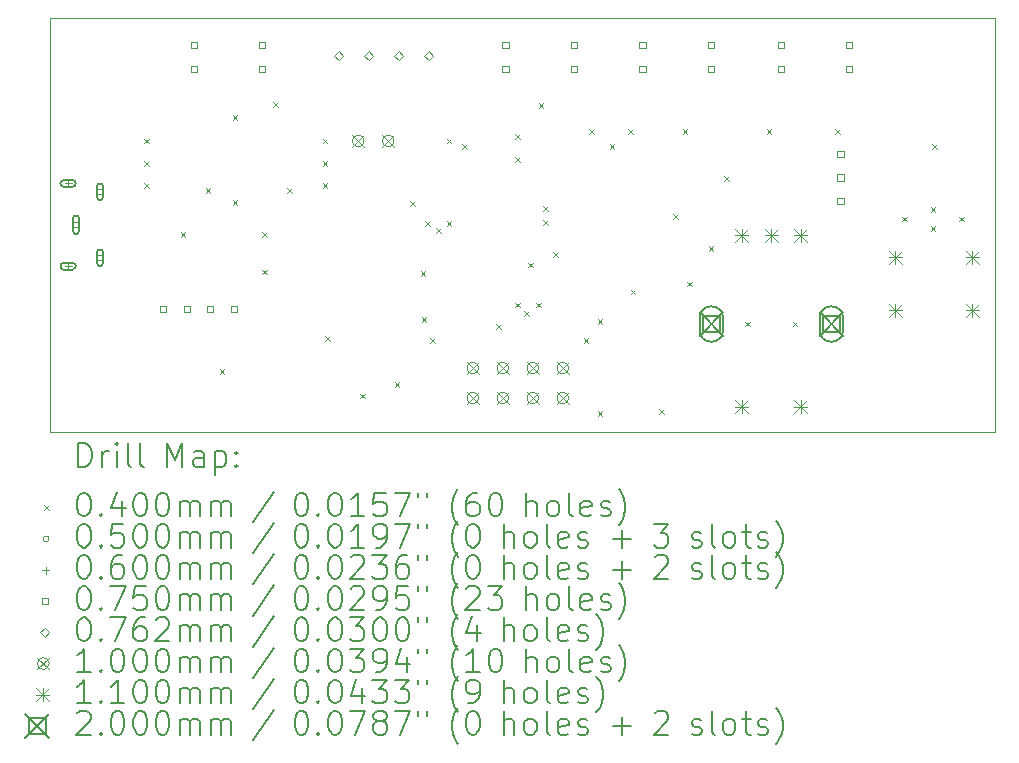
<source format=gbr>
%TF.GenerationSoftware,KiCad,Pcbnew,(7.0.0)*%
%TF.CreationDate,2023-02-19T07:57:53+03:00*%
%TF.ProjectId,V0_McDisplay,56305f4d-6344-4697-9370-6c61792e6b69,1*%
%TF.SameCoordinates,Original*%
%TF.FileFunction,Drillmap*%
%TF.FilePolarity,Positive*%
%FSLAX45Y45*%
G04 Gerber Fmt 4.5, Leading zero omitted, Abs format (unit mm)*
G04 Created by KiCad (PCBNEW (7.0.0)) date 2023-02-19 07:57:53*
%MOMM*%
%LPD*%
G01*
G04 APERTURE LIST*
%ADD10C,0.100000*%
%ADD11C,0.200000*%
%ADD12C,0.040000*%
%ADD13C,0.050000*%
%ADD14C,0.060000*%
%ADD15C,0.075000*%
%ADD16C,0.076200*%
%ADD17C,0.110000*%
G04 APERTURE END LIST*
D10*
X0Y0D02*
X8000000Y0D01*
X8000000Y0D02*
X8000000Y-3500000D01*
X8000000Y-3500000D02*
X0Y-3500000D01*
X0Y-3500000D02*
X0Y0D01*
D11*
D12*
X800000Y-1020000D02*
X840000Y-1060000D01*
X840000Y-1020000D02*
X800000Y-1060000D01*
X800000Y-1210000D02*
X840000Y-1250000D01*
X840000Y-1210000D02*
X800000Y-1250000D01*
X800000Y-1400000D02*
X840000Y-1440000D01*
X840000Y-1400000D02*
X800000Y-1440000D01*
X1110000Y-1810000D02*
X1150000Y-1850000D01*
X1150000Y-1810000D02*
X1110000Y-1850000D01*
X1320000Y-1440000D02*
X1360000Y-1480000D01*
X1360000Y-1440000D02*
X1320000Y-1480000D01*
X1440000Y-2970000D02*
X1480000Y-3010000D01*
X1480000Y-2970000D02*
X1440000Y-3010000D01*
X1550000Y-820000D02*
X1590000Y-860000D01*
X1590000Y-820000D02*
X1550000Y-860000D01*
X1550000Y-1540000D02*
X1590000Y-1580000D01*
X1590000Y-1540000D02*
X1550000Y-1580000D01*
X1800000Y-1810000D02*
X1840000Y-1850000D01*
X1840000Y-1810000D02*
X1800000Y-1850000D01*
X1800000Y-2130000D02*
X1840000Y-2170000D01*
X1840000Y-2130000D02*
X1800000Y-2170000D01*
X1890000Y-710000D02*
X1930000Y-750000D01*
X1930000Y-710000D02*
X1890000Y-750000D01*
X2010000Y-1440000D02*
X2050000Y-1480000D01*
X2050000Y-1440000D02*
X2010000Y-1480000D01*
X2310000Y-1020000D02*
X2350000Y-1060000D01*
X2350000Y-1020000D02*
X2310000Y-1060000D01*
X2310000Y-1210000D02*
X2350000Y-1250000D01*
X2350000Y-1210000D02*
X2310000Y-1250000D01*
X2310000Y-1400000D02*
X2350000Y-1440000D01*
X2350000Y-1400000D02*
X2310000Y-1440000D01*
X2330000Y-2690000D02*
X2370000Y-2730000D01*
X2370000Y-2690000D02*
X2330000Y-2730000D01*
X2630000Y-3180000D02*
X2670000Y-3220000D01*
X2670000Y-3180000D02*
X2630000Y-3220000D01*
X2920000Y-3080000D02*
X2960000Y-3120000D01*
X2960000Y-3080000D02*
X2920000Y-3120000D01*
X3050000Y-1550000D02*
X3090000Y-1590000D01*
X3090000Y-1550000D02*
X3050000Y-1590000D01*
X3140000Y-2140000D02*
X3180000Y-2180000D01*
X3180000Y-2140000D02*
X3140000Y-2180000D01*
X3150000Y-2530000D02*
X3190000Y-2570000D01*
X3190000Y-2530000D02*
X3150000Y-2570000D01*
X3180000Y-1720000D02*
X3220000Y-1760000D01*
X3220000Y-1720000D02*
X3180000Y-1760000D01*
X3220000Y-2710000D02*
X3260000Y-2750000D01*
X3260000Y-2710000D02*
X3220000Y-2750000D01*
X3270000Y-1780000D02*
X3310000Y-1820000D01*
X3310000Y-1780000D02*
X3270000Y-1820000D01*
X3360000Y-1020000D02*
X3400000Y-1060000D01*
X3400000Y-1020000D02*
X3360000Y-1060000D01*
X3360000Y-1720000D02*
X3400000Y-1760000D01*
X3400000Y-1720000D02*
X3360000Y-1760000D01*
X3490000Y-1070000D02*
X3530000Y-1110000D01*
X3530000Y-1070000D02*
X3490000Y-1110000D01*
X3780000Y-2590000D02*
X3820000Y-2630000D01*
X3820000Y-2590000D02*
X3780000Y-2630000D01*
X3940000Y-980000D02*
X3980000Y-1020000D01*
X3980000Y-980000D02*
X3940000Y-1020000D01*
X3940000Y-1180000D02*
X3980000Y-1220000D01*
X3980000Y-1180000D02*
X3940000Y-1220000D01*
X3940000Y-2410000D02*
X3980000Y-2450000D01*
X3980000Y-2410000D02*
X3940000Y-2450000D01*
X4020000Y-2480000D02*
X4060000Y-2520000D01*
X4060000Y-2480000D02*
X4020000Y-2520000D01*
X4050000Y-2070000D02*
X4090000Y-2110000D01*
X4090000Y-2070000D02*
X4050000Y-2110000D01*
X4116300Y-2410000D02*
X4156300Y-2450000D01*
X4156300Y-2410000D02*
X4116300Y-2450000D01*
X4140000Y-720000D02*
X4180000Y-760000D01*
X4180000Y-720000D02*
X4140000Y-760000D01*
X4180000Y-1590000D02*
X4220000Y-1630000D01*
X4220000Y-1590000D02*
X4180000Y-1630000D01*
X4180000Y-1710000D02*
X4220000Y-1750000D01*
X4220000Y-1710000D02*
X4180000Y-1750000D01*
X4260000Y-1980000D02*
X4300000Y-2020000D01*
X4300000Y-1980000D02*
X4260000Y-2020000D01*
X4520000Y-2710000D02*
X4560000Y-2750000D01*
X4560000Y-2710000D02*
X4520000Y-2750000D01*
X4570000Y-940000D02*
X4610000Y-980000D01*
X4610000Y-940000D02*
X4570000Y-980000D01*
X4640000Y-2551200D02*
X4680000Y-2591200D01*
X4680000Y-2551200D02*
X4640000Y-2591200D01*
X4640000Y-3330000D02*
X4680000Y-3370000D01*
X4680000Y-3330000D02*
X4640000Y-3370000D01*
X4740000Y-1070000D02*
X4780000Y-1110000D01*
X4780000Y-1070000D02*
X4740000Y-1110000D01*
X4900000Y-940000D02*
X4940000Y-980000D01*
X4940000Y-940000D02*
X4900000Y-980000D01*
X4920000Y-2300000D02*
X4960000Y-2340000D01*
X4960000Y-2300000D02*
X4920000Y-2340000D01*
X5160000Y-3310000D02*
X5200000Y-3350000D01*
X5200000Y-3310000D02*
X5160000Y-3350000D01*
X5280000Y-1660000D02*
X5320000Y-1700000D01*
X5320000Y-1660000D02*
X5280000Y-1700000D01*
X5360000Y-940000D02*
X5400000Y-980000D01*
X5400000Y-940000D02*
X5360000Y-980000D01*
X5400000Y-2230000D02*
X5440000Y-2270000D01*
X5440000Y-2230000D02*
X5400000Y-2270000D01*
X5580000Y-1930000D02*
X5620000Y-1970000D01*
X5620000Y-1930000D02*
X5580000Y-1970000D01*
X5710000Y-1340000D02*
X5750000Y-1380000D01*
X5750000Y-1340000D02*
X5710000Y-1380000D01*
X5890000Y-2570000D02*
X5930000Y-2610000D01*
X5930000Y-2570000D02*
X5890000Y-2610000D01*
X6070000Y-940000D02*
X6110000Y-980000D01*
X6110000Y-940000D02*
X6070000Y-980000D01*
X6290000Y-2570000D02*
X6330000Y-2610000D01*
X6330000Y-2570000D02*
X6290000Y-2610000D01*
X6650000Y-940000D02*
X6690000Y-980000D01*
X6690000Y-940000D02*
X6650000Y-980000D01*
X7220000Y-1680000D02*
X7260000Y-1720000D01*
X7260000Y-1680000D02*
X7220000Y-1720000D01*
X7460000Y-1600000D02*
X7500000Y-1640000D01*
X7500000Y-1600000D02*
X7460000Y-1640000D01*
X7460000Y-1760000D02*
X7500000Y-1800000D01*
X7500000Y-1760000D02*
X7460000Y-1800000D01*
X7470000Y-1070000D02*
X7510000Y-1110000D01*
X7510000Y-1070000D02*
X7470000Y-1110000D01*
X7700000Y-1680000D02*
X7740000Y-1720000D01*
X7740000Y-1680000D02*
X7700000Y-1720000D01*
D13*
X248050Y-1750000D02*
G75*
G03*
X248050Y-1750000I-25000J0D01*
G01*
D11*
X248050Y-1805000D02*
X248050Y-1695000D01*
X248050Y-1695000D02*
G75*
G03*
X198050Y-1695000I-25000J0D01*
G01*
X198050Y-1695000D02*
X198050Y-1805000D01*
X198050Y-1805000D02*
G75*
G03*
X248050Y-1805000I25000J0D01*
G01*
D13*
X451250Y-1470600D02*
G75*
G03*
X451250Y-1470600I-25000J0D01*
G01*
D11*
X451250Y-1515600D02*
X451250Y-1425600D01*
X451250Y-1425600D02*
G75*
G03*
X401250Y-1425600I-25000J0D01*
G01*
X401250Y-1425600D02*
X401250Y-1515600D01*
X401250Y-1515600D02*
G75*
G03*
X451250Y-1515600I25000J0D01*
G01*
D13*
X451250Y-2029400D02*
G75*
G03*
X451250Y-2029400I-25000J0D01*
G01*
D11*
X451250Y-2074400D02*
X451250Y-1984400D01*
X451250Y-1984400D02*
G75*
G03*
X401250Y-1984400I-25000J0D01*
G01*
X401250Y-1984400D02*
X401250Y-2074400D01*
X401250Y-2074400D02*
G75*
G03*
X451250Y-2074400I25000J0D01*
G01*
D14*
X156250Y-1370000D02*
X156250Y-1430000D01*
X126250Y-1400000D02*
X186250Y-1400000D01*
D11*
X121250Y-1430000D02*
X191250Y-1430000D01*
X191250Y-1430000D02*
G75*
G03*
X191250Y-1370000I0J30000D01*
G01*
X191250Y-1370000D02*
X121250Y-1370000D01*
X121250Y-1370000D02*
G75*
G03*
X121250Y-1430000I0J-30000D01*
G01*
D14*
X156250Y-2070000D02*
X156250Y-2130000D01*
X126250Y-2100000D02*
X186250Y-2100000D01*
D11*
X191250Y-2070000D02*
X121250Y-2070000D01*
X121250Y-2070000D02*
G75*
G03*
X121250Y-2130000I0J-30000D01*
G01*
X121250Y-2130000D02*
X191250Y-2130000D01*
X191250Y-2130000D02*
G75*
G03*
X191250Y-2070000I0J30000D01*
G01*
D15*
X986517Y-2491517D02*
X986517Y-2438483D01*
X933483Y-2438483D01*
X933483Y-2491517D01*
X986517Y-2491517D01*
X1186517Y-2491517D02*
X1186517Y-2438483D01*
X1133483Y-2438483D01*
X1133483Y-2491517D01*
X1186517Y-2491517D01*
X1246517Y-256517D02*
X1246517Y-203483D01*
X1193483Y-203483D01*
X1193483Y-256517D01*
X1246517Y-256517D01*
X1246517Y-456517D02*
X1246517Y-403483D01*
X1193483Y-403483D01*
X1193483Y-456517D01*
X1246517Y-456517D01*
X1386517Y-2491517D02*
X1386517Y-2438483D01*
X1333483Y-2438483D01*
X1333483Y-2491517D01*
X1386517Y-2491517D01*
X1586517Y-2491517D02*
X1586517Y-2438483D01*
X1533483Y-2438483D01*
X1533483Y-2491517D01*
X1586517Y-2491517D01*
X1826517Y-256517D02*
X1826517Y-203483D01*
X1773483Y-203483D01*
X1773483Y-256517D01*
X1826517Y-256517D01*
X1826517Y-456517D02*
X1826517Y-403483D01*
X1773483Y-403483D01*
X1773483Y-456517D01*
X1826517Y-456517D01*
X3886517Y-256517D02*
X3886517Y-203483D01*
X3833483Y-203483D01*
X3833483Y-256517D01*
X3886517Y-256517D01*
X3886517Y-456517D02*
X3886517Y-403483D01*
X3833483Y-403483D01*
X3833483Y-456517D01*
X3886517Y-456517D01*
X4466517Y-256517D02*
X4466517Y-203483D01*
X4413483Y-203483D01*
X4413483Y-256517D01*
X4466517Y-256517D01*
X4466517Y-456517D02*
X4466517Y-403483D01*
X4413483Y-403483D01*
X4413483Y-456517D01*
X4466517Y-456517D01*
X5046517Y-256517D02*
X5046517Y-203483D01*
X4993483Y-203483D01*
X4993483Y-256517D01*
X5046517Y-256517D01*
X5046517Y-456517D02*
X5046517Y-403483D01*
X4993483Y-403483D01*
X4993483Y-456517D01*
X5046517Y-456517D01*
X5626517Y-256517D02*
X5626517Y-203483D01*
X5573483Y-203483D01*
X5573483Y-256517D01*
X5626517Y-256517D01*
X5626517Y-456517D02*
X5626517Y-403483D01*
X5573483Y-403483D01*
X5573483Y-456517D01*
X5626517Y-456517D01*
X6216517Y-256517D02*
X6216517Y-203483D01*
X6163483Y-203483D01*
X6163483Y-256517D01*
X6216517Y-256517D01*
X6216517Y-456517D02*
X6216517Y-403483D01*
X6163483Y-403483D01*
X6163483Y-456517D01*
X6216517Y-456517D01*
X6721517Y-1176517D02*
X6721517Y-1123483D01*
X6668483Y-1123483D01*
X6668483Y-1176517D01*
X6721517Y-1176517D01*
X6721517Y-1376517D02*
X6721517Y-1323483D01*
X6668483Y-1323483D01*
X6668483Y-1376517D01*
X6721517Y-1376517D01*
X6721517Y-1576517D02*
X6721517Y-1523483D01*
X6668483Y-1523483D01*
X6668483Y-1576517D01*
X6721517Y-1576517D01*
X6796517Y-256517D02*
X6796517Y-203483D01*
X6743483Y-203483D01*
X6743483Y-256517D01*
X6796517Y-256517D01*
X6796517Y-456517D02*
X6796517Y-403483D01*
X6743483Y-403483D01*
X6743483Y-456517D01*
X6796517Y-456517D01*
D16*
X2449000Y-358100D02*
X2487100Y-320000D01*
X2449000Y-281900D01*
X2410900Y-320000D01*
X2449000Y-358100D01*
X2703000Y-358100D02*
X2741100Y-320000D01*
X2703000Y-281900D01*
X2664900Y-320000D01*
X2703000Y-358100D01*
X2957000Y-358100D02*
X2995100Y-320000D01*
X2957000Y-281900D01*
X2918900Y-320000D01*
X2957000Y-358100D01*
X3211000Y-358100D02*
X3249100Y-320000D01*
X3211000Y-281900D01*
X3172900Y-320000D01*
X3211000Y-358100D01*
D10*
X2562500Y-990000D02*
X2662500Y-1090000D01*
X2662500Y-990000D02*
X2562500Y-1090000D01*
X2662500Y-1040000D02*
G75*
G03*
X2662500Y-1040000I-50000J0D01*
G01*
X2816500Y-990000D02*
X2916500Y-1090000D01*
X2916500Y-990000D02*
X2816500Y-1090000D01*
X2916500Y-1040000D02*
G75*
G03*
X2916500Y-1040000I-50000J0D01*
G01*
X3532000Y-2912500D02*
X3632000Y-3012500D01*
X3632000Y-2912500D02*
X3532000Y-3012500D01*
X3632000Y-2962500D02*
G75*
G03*
X3632000Y-2962500I-50000J0D01*
G01*
X3532000Y-3166500D02*
X3632000Y-3266500D01*
X3632000Y-3166500D02*
X3532000Y-3266500D01*
X3632000Y-3216500D02*
G75*
G03*
X3632000Y-3216500I-50000J0D01*
G01*
X3786000Y-2912500D02*
X3886000Y-3012500D01*
X3886000Y-2912500D02*
X3786000Y-3012500D01*
X3886000Y-2962500D02*
G75*
G03*
X3886000Y-2962500I-50000J0D01*
G01*
X3786000Y-3166500D02*
X3886000Y-3266500D01*
X3886000Y-3166500D02*
X3786000Y-3266500D01*
X3886000Y-3216500D02*
G75*
G03*
X3886000Y-3216500I-50000J0D01*
G01*
X4040000Y-2912500D02*
X4140000Y-3012500D01*
X4140000Y-2912500D02*
X4040000Y-3012500D01*
X4140000Y-2962500D02*
G75*
G03*
X4140000Y-2962500I-50000J0D01*
G01*
X4040000Y-3166500D02*
X4140000Y-3266500D01*
X4140000Y-3166500D02*
X4040000Y-3266500D01*
X4140000Y-3216500D02*
G75*
G03*
X4140000Y-3216500I-50000J0D01*
G01*
X4294000Y-2912500D02*
X4394000Y-3012500D01*
X4394000Y-2912500D02*
X4294000Y-3012500D01*
X4394000Y-2962500D02*
G75*
G03*
X4394000Y-2962500I-50000J0D01*
G01*
X4294000Y-3166500D02*
X4394000Y-3266500D01*
X4394000Y-3166500D02*
X4294000Y-3266500D01*
X4394000Y-3216500D02*
G75*
G03*
X4394000Y-3216500I-50000J0D01*
G01*
D17*
X5805000Y-1785000D02*
X5915000Y-1895000D01*
X5915000Y-1785000D02*
X5805000Y-1895000D01*
X5860000Y-1785000D02*
X5860000Y-1895000D01*
X5805000Y-1840000D02*
X5915000Y-1840000D01*
X5805000Y-3235000D02*
X5915000Y-3345000D01*
X5915000Y-3235000D02*
X5805000Y-3345000D01*
X5860000Y-3235000D02*
X5860000Y-3345000D01*
X5805000Y-3290000D02*
X5915000Y-3290000D01*
X6055000Y-1785000D02*
X6165000Y-1895000D01*
X6165000Y-1785000D02*
X6055000Y-1895000D01*
X6110000Y-1785000D02*
X6110000Y-1895000D01*
X6055000Y-1840000D02*
X6165000Y-1840000D01*
X6305000Y-1785000D02*
X6415000Y-1895000D01*
X6415000Y-1785000D02*
X6305000Y-1895000D01*
X6360000Y-1785000D02*
X6360000Y-1895000D01*
X6305000Y-1840000D02*
X6415000Y-1840000D01*
X6305000Y-3235000D02*
X6415000Y-3345000D01*
X6415000Y-3235000D02*
X6305000Y-3345000D01*
X6360000Y-3235000D02*
X6360000Y-3345000D01*
X6305000Y-3290000D02*
X6415000Y-3290000D01*
X7105000Y-1970000D02*
X7215000Y-2080000D01*
X7215000Y-1970000D02*
X7105000Y-2080000D01*
X7160000Y-1970000D02*
X7160000Y-2080000D01*
X7105000Y-2025000D02*
X7215000Y-2025000D01*
X7105000Y-2420000D02*
X7215000Y-2530000D01*
X7215000Y-2420000D02*
X7105000Y-2530000D01*
X7160000Y-2420000D02*
X7160000Y-2530000D01*
X7105000Y-2475000D02*
X7215000Y-2475000D01*
X7755000Y-1970000D02*
X7865000Y-2080000D01*
X7865000Y-1970000D02*
X7755000Y-2080000D01*
X7810000Y-1970000D02*
X7810000Y-2080000D01*
X7755000Y-2025000D02*
X7865000Y-2025000D01*
X7755000Y-2420000D02*
X7865000Y-2530000D01*
X7865000Y-2420000D02*
X7755000Y-2530000D01*
X7810000Y-2420000D02*
X7810000Y-2530000D01*
X7755000Y-2475000D02*
X7865000Y-2475000D01*
D11*
X5502000Y-2490000D02*
X5702000Y-2690000D01*
X5702000Y-2490000D02*
X5502000Y-2690000D01*
X5672711Y-2660711D02*
X5672711Y-2519289D01*
X5531289Y-2519289D01*
X5531289Y-2660711D01*
X5672711Y-2660711D01*
X5502000Y-2540000D02*
X5502000Y-2640000D01*
X5502000Y-2640000D02*
G75*
G03*
X5702000Y-2640000I100000J0D01*
G01*
X5702000Y-2640000D02*
X5702000Y-2540000D01*
X5702000Y-2540000D02*
G75*
G03*
X5502000Y-2540000I-100000J0D01*
G01*
X6518000Y-2490000D02*
X6718000Y-2690000D01*
X6718000Y-2490000D02*
X6518000Y-2690000D01*
X6688711Y-2660711D02*
X6688711Y-2519289D01*
X6547289Y-2519289D01*
X6547289Y-2660711D01*
X6688711Y-2660711D01*
X6718000Y-2640000D02*
X6718000Y-2540000D01*
X6718000Y-2540000D02*
G75*
G03*
X6518000Y-2540000I-100000J0D01*
G01*
X6518000Y-2540000D02*
X6518000Y-2640000D01*
X6518000Y-2640000D02*
G75*
G03*
X6718000Y-2640000I100000J0D01*
G01*
X242619Y-3798476D02*
X242619Y-3598476D01*
X242619Y-3598476D02*
X290238Y-3598476D01*
X290238Y-3598476D02*
X318810Y-3608000D01*
X318810Y-3608000D02*
X337857Y-3627048D01*
X337857Y-3627048D02*
X347381Y-3646095D01*
X347381Y-3646095D02*
X356905Y-3684190D01*
X356905Y-3684190D02*
X356905Y-3712762D01*
X356905Y-3712762D02*
X347381Y-3750857D01*
X347381Y-3750857D02*
X337857Y-3769905D01*
X337857Y-3769905D02*
X318810Y-3788952D01*
X318810Y-3788952D02*
X290238Y-3798476D01*
X290238Y-3798476D02*
X242619Y-3798476D01*
X442619Y-3798476D02*
X442619Y-3665143D01*
X442619Y-3703238D02*
X452143Y-3684190D01*
X452143Y-3684190D02*
X461667Y-3674667D01*
X461667Y-3674667D02*
X480714Y-3665143D01*
X480714Y-3665143D02*
X499762Y-3665143D01*
X566429Y-3798476D02*
X566429Y-3665143D01*
X566429Y-3598476D02*
X556905Y-3608000D01*
X556905Y-3608000D02*
X566429Y-3617524D01*
X566429Y-3617524D02*
X575952Y-3608000D01*
X575952Y-3608000D02*
X566429Y-3598476D01*
X566429Y-3598476D02*
X566429Y-3617524D01*
X690238Y-3798476D02*
X671190Y-3788952D01*
X671190Y-3788952D02*
X661667Y-3769905D01*
X661667Y-3769905D02*
X661667Y-3598476D01*
X795000Y-3798476D02*
X775952Y-3788952D01*
X775952Y-3788952D02*
X766428Y-3769905D01*
X766428Y-3769905D02*
X766428Y-3598476D01*
X991190Y-3798476D02*
X991190Y-3598476D01*
X991190Y-3598476D02*
X1057857Y-3741333D01*
X1057857Y-3741333D02*
X1124524Y-3598476D01*
X1124524Y-3598476D02*
X1124524Y-3798476D01*
X1305476Y-3798476D02*
X1305476Y-3693714D01*
X1305476Y-3693714D02*
X1295952Y-3674667D01*
X1295952Y-3674667D02*
X1276905Y-3665143D01*
X1276905Y-3665143D02*
X1238809Y-3665143D01*
X1238809Y-3665143D02*
X1219762Y-3674667D01*
X1305476Y-3788952D02*
X1286429Y-3798476D01*
X1286429Y-3798476D02*
X1238809Y-3798476D01*
X1238809Y-3798476D02*
X1219762Y-3788952D01*
X1219762Y-3788952D02*
X1210238Y-3769905D01*
X1210238Y-3769905D02*
X1210238Y-3750857D01*
X1210238Y-3750857D02*
X1219762Y-3731809D01*
X1219762Y-3731809D02*
X1238809Y-3722286D01*
X1238809Y-3722286D02*
X1286429Y-3722286D01*
X1286429Y-3722286D02*
X1305476Y-3712762D01*
X1400714Y-3665143D02*
X1400714Y-3865143D01*
X1400714Y-3674667D02*
X1419762Y-3665143D01*
X1419762Y-3665143D02*
X1457857Y-3665143D01*
X1457857Y-3665143D02*
X1476905Y-3674667D01*
X1476905Y-3674667D02*
X1486428Y-3684190D01*
X1486428Y-3684190D02*
X1495952Y-3703238D01*
X1495952Y-3703238D02*
X1495952Y-3760381D01*
X1495952Y-3760381D02*
X1486428Y-3779428D01*
X1486428Y-3779428D02*
X1476905Y-3788952D01*
X1476905Y-3788952D02*
X1457857Y-3798476D01*
X1457857Y-3798476D02*
X1419762Y-3798476D01*
X1419762Y-3798476D02*
X1400714Y-3788952D01*
X1581667Y-3779428D02*
X1591190Y-3788952D01*
X1591190Y-3788952D02*
X1581667Y-3798476D01*
X1581667Y-3798476D02*
X1572143Y-3788952D01*
X1572143Y-3788952D02*
X1581667Y-3779428D01*
X1581667Y-3779428D02*
X1581667Y-3798476D01*
X1581667Y-3674667D02*
X1591190Y-3684190D01*
X1591190Y-3684190D02*
X1581667Y-3693714D01*
X1581667Y-3693714D02*
X1572143Y-3684190D01*
X1572143Y-3684190D02*
X1581667Y-3674667D01*
X1581667Y-3674667D02*
X1581667Y-3693714D01*
D12*
X-45000Y-4125000D02*
X-5000Y-4165000D01*
X-5000Y-4125000D02*
X-45000Y-4165000D01*
D11*
X280714Y-4018476D02*
X299762Y-4018476D01*
X299762Y-4018476D02*
X318810Y-4028000D01*
X318810Y-4028000D02*
X328333Y-4037524D01*
X328333Y-4037524D02*
X337857Y-4056571D01*
X337857Y-4056571D02*
X347381Y-4094667D01*
X347381Y-4094667D02*
X347381Y-4142286D01*
X347381Y-4142286D02*
X337857Y-4180381D01*
X337857Y-4180381D02*
X328333Y-4199429D01*
X328333Y-4199429D02*
X318810Y-4208952D01*
X318810Y-4208952D02*
X299762Y-4218476D01*
X299762Y-4218476D02*
X280714Y-4218476D01*
X280714Y-4218476D02*
X261667Y-4208952D01*
X261667Y-4208952D02*
X252143Y-4199429D01*
X252143Y-4199429D02*
X242619Y-4180381D01*
X242619Y-4180381D02*
X233095Y-4142286D01*
X233095Y-4142286D02*
X233095Y-4094667D01*
X233095Y-4094667D02*
X242619Y-4056571D01*
X242619Y-4056571D02*
X252143Y-4037524D01*
X252143Y-4037524D02*
X261667Y-4028000D01*
X261667Y-4028000D02*
X280714Y-4018476D01*
X433095Y-4199429D02*
X442619Y-4208952D01*
X442619Y-4208952D02*
X433095Y-4218476D01*
X433095Y-4218476D02*
X423571Y-4208952D01*
X423571Y-4208952D02*
X433095Y-4199429D01*
X433095Y-4199429D02*
X433095Y-4218476D01*
X614048Y-4085143D02*
X614048Y-4218476D01*
X566429Y-4008952D02*
X518809Y-4151809D01*
X518809Y-4151809D02*
X642619Y-4151809D01*
X756905Y-4018476D02*
X775952Y-4018476D01*
X775952Y-4018476D02*
X795000Y-4028000D01*
X795000Y-4028000D02*
X804524Y-4037524D01*
X804524Y-4037524D02*
X814048Y-4056571D01*
X814048Y-4056571D02*
X823571Y-4094667D01*
X823571Y-4094667D02*
X823571Y-4142286D01*
X823571Y-4142286D02*
X814048Y-4180381D01*
X814048Y-4180381D02*
X804524Y-4199429D01*
X804524Y-4199429D02*
X795000Y-4208952D01*
X795000Y-4208952D02*
X775952Y-4218476D01*
X775952Y-4218476D02*
X756905Y-4218476D01*
X756905Y-4218476D02*
X737857Y-4208952D01*
X737857Y-4208952D02*
X728333Y-4199429D01*
X728333Y-4199429D02*
X718809Y-4180381D01*
X718809Y-4180381D02*
X709286Y-4142286D01*
X709286Y-4142286D02*
X709286Y-4094667D01*
X709286Y-4094667D02*
X718809Y-4056571D01*
X718809Y-4056571D02*
X728333Y-4037524D01*
X728333Y-4037524D02*
X737857Y-4028000D01*
X737857Y-4028000D02*
X756905Y-4018476D01*
X947381Y-4018476D02*
X966429Y-4018476D01*
X966429Y-4018476D02*
X985476Y-4028000D01*
X985476Y-4028000D02*
X995000Y-4037524D01*
X995000Y-4037524D02*
X1004524Y-4056571D01*
X1004524Y-4056571D02*
X1014048Y-4094667D01*
X1014048Y-4094667D02*
X1014048Y-4142286D01*
X1014048Y-4142286D02*
X1004524Y-4180381D01*
X1004524Y-4180381D02*
X995000Y-4199429D01*
X995000Y-4199429D02*
X985476Y-4208952D01*
X985476Y-4208952D02*
X966429Y-4218476D01*
X966429Y-4218476D02*
X947381Y-4218476D01*
X947381Y-4218476D02*
X928333Y-4208952D01*
X928333Y-4208952D02*
X918809Y-4199429D01*
X918809Y-4199429D02*
X909286Y-4180381D01*
X909286Y-4180381D02*
X899762Y-4142286D01*
X899762Y-4142286D02*
X899762Y-4094667D01*
X899762Y-4094667D02*
X909286Y-4056571D01*
X909286Y-4056571D02*
X918809Y-4037524D01*
X918809Y-4037524D02*
X928333Y-4028000D01*
X928333Y-4028000D02*
X947381Y-4018476D01*
X1099762Y-4218476D02*
X1099762Y-4085143D01*
X1099762Y-4104190D02*
X1109286Y-4094667D01*
X1109286Y-4094667D02*
X1128333Y-4085143D01*
X1128333Y-4085143D02*
X1156905Y-4085143D01*
X1156905Y-4085143D02*
X1175952Y-4094667D01*
X1175952Y-4094667D02*
X1185476Y-4113714D01*
X1185476Y-4113714D02*
X1185476Y-4218476D01*
X1185476Y-4113714D02*
X1195000Y-4094667D01*
X1195000Y-4094667D02*
X1214048Y-4085143D01*
X1214048Y-4085143D02*
X1242619Y-4085143D01*
X1242619Y-4085143D02*
X1261667Y-4094667D01*
X1261667Y-4094667D02*
X1271191Y-4113714D01*
X1271191Y-4113714D02*
X1271191Y-4218476D01*
X1366429Y-4218476D02*
X1366429Y-4085143D01*
X1366429Y-4104190D02*
X1375952Y-4094667D01*
X1375952Y-4094667D02*
X1395000Y-4085143D01*
X1395000Y-4085143D02*
X1423571Y-4085143D01*
X1423571Y-4085143D02*
X1442619Y-4094667D01*
X1442619Y-4094667D02*
X1452143Y-4113714D01*
X1452143Y-4113714D02*
X1452143Y-4218476D01*
X1452143Y-4113714D02*
X1461667Y-4094667D01*
X1461667Y-4094667D02*
X1480714Y-4085143D01*
X1480714Y-4085143D02*
X1509286Y-4085143D01*
X1509286Y-4085143D02*
X1528333Y-4094667D01*
X1528333Y-4094667D02*
X1537857Y-4113714D01*
X1537857Y-4113714D02*
X1537857Y-4218476D01*
X1895952Y-4008952D02*
X1724524Y-4266095D01*
X2120714Y-4018476D02*
X2139762Y-4018476D01*
X2139762Y-4018476D02*
X2158810Y-4028000D01*
X2158810Y-4028000D02*
X2168333Y-4037524D01*
X2168333Y-4037524D02*
X2177857Y-4056571D01*
X2177857Y-4056571D02*
X2187381Y-4094667D01*
X2187381Y-4094667D02*
X2187381Y-4142286D01*
X2187381Y-4142286D02*
X2177857Y-4180381D01*
X2177857Y-4180381D02*
X2168333Y-4199429D01*
X2168333Y-4199429D02*
X2158810Y-4208952D01*
X2158810Y-4208952D02*
X2139762Y-4218476D01*
X2139762Y-4218476D02*
X2120714Y-4218476D01*
X2120714Y-4218476D02*
X2101667Y-4208952D01*
X2101667Y-4208952D02*
X2092143Y-4199429D01*
X2092143Y-4199429D02*
X2082619Y-4180381D01*
X2082619Y-4180381D02*
X2073095Y-4142286D01*
X2073095Y-4142286D02*
X2073095Y-4094667D01*
X2073095Y-4094667D02*
X2082619Y-4056571D01*
X2082619Y-4056571D02*
X2092143Y-4037524D01*
X2092143Y-4037524D02*
X2101667Y-4028000D01*
X2101667Y-4028000D02*
X2120714Y-4018476D01*
X2273095Y-4199429D02*
X2282619Y-4208952D01*
X2282619Y-4208952D02*
X2273095Y-4218476D01*
X2273095Y-4218476D02*
X2263572Y-4208952D01*
X2263572Y-4208952D02*
X2273095Y-4199429D01*
X2273095Y-4199429D02*
X2273095Y-4218476D01*
X2406429Y-4018476D02*
X2425476Y-4018476D01*
X2425476Y-4018476D02*
X2444524Y-4028000D01*
X2444524Y-4028000D02*
X2454048Y-4037524D01*
X2454048Y-4037524D02*
X2463572Y-4056571D01*
X2463572Y-4056571D02*
X2473095Y-4094667D01*
X2473095Y-4094667D02*
X2473095Y-4142286D01*
X2473095Y-4142286D02*
X2463572Y-4180381D01*
X2463572Y-4180381D02*
X2454048Y-4199429D01*
X2454048Y-4199429D02*
X2444524Y-4208952D01*
X2444524Y-4208952D02*
X2425476Y-4218476D01*
X2425476Y-4218476D02*
X2406429Y-4218476D01*
X2406429Y-4218476D02*
X2387381Y-4208952D01*
X2387381Y-4208952D02*
X2377857Y-4199429D01*
X2377857Y-4199429D02*
X2368333Y-4180381D01*
X2368333Y-4180381D02*
X2358810Y-4142286D01*
X2358810Y-4142286D02*
X2358810Y-4094667D01*
X2358810Y-4094667D02*
X2368333Y-4056571D01*
X2368333Y-4056571D02*
X2377857Y-4037524D01*
X2377857Y-4037524D02*
X2387381Y-4028000D01*
X2387381Y-4028000D02*
X2406429Y-4018476D01*
X2663572Y-4218476D02*
X2549286Y-4218476D01*
X2606429Y-4218476D02*
X2606429Y-4018476D01*
X2606429Y-4018476D02*
X2587381Y-4047048D01*
X2587381Y-4047048D02*
X2568333Y-4066095D01*
X2568333Y-4066095D02*
X2549286Y-4075619D01*
X2844524Y-4018476D02*
X2749286Y-4018476D01*
X2749286Y-4018476D02*
X2739762Y-4113714D01*
X2739762Y-4113714D02*
X2749286Y-4104190D01*
X2749286Y-4104190D02*
X2768333Y-4094667D01*
X2768333Y-4094667D02*
X2815952Y-4094667D01*
X2815952Y-4094667D02*
X2835000Y-4104190D01*
X2835000Y-4104190D02*
X2844524Y-4113714D01*
X2844524Y-4113714D02*
X2854048Y-4132762D01*
X2854048Y-4132762D02*
X2854048Y-4180381D01*
X2854048Y-4180381D02*
X2844524Y-4199429D01*
X2844524Y-4199429D02*
X2835000Y-4208952D01*
X2835000Y-4208952D02*
X2815952Y-4218476D01*
X2815952Y-4218476D02*
X2768333Y-4218476D01*
X2768333Y-4218476D02*
X2749286Y-4208952D01*
X2749286Y-4208952D02*
X2739762Y-4199429D01*
X2920714Y-4018476D02*
X3054048Y-4018476D01*
X3054048Y-4018476D02*
X2968333Y-4218476D01*
X3120714Y-4018476D02*
X3120714Y-4056571D01*
X3196905Y-4018476D02*
X3196905Y-4056571D01*
X3459762Y-4294667D02*
X3450238Y-4285143D01*
X3450238Y-4285143D02*
X3431191Y-4256571D01*
X3431191Y-4256571D02*
X3421667Y-4237524D01*
X3421667Y-4237524D02*
X3412143Y-4208952D01*
X3412143Y-4208952D02*
X3402619Y-4161333D01*
X3402619Y-4161333D02*
X3402619Y-4123238D01*
X3402619Y-4123238D02*
X3412143Y-4075619D01*
X3412143Y-4075619D02*
X3421667Y-4047048D01*
X3421667Y-4047048D02*
X3431191Y-4028000D01*
X3431191Y-4028000D02*
X3450238Y-3999428D01*
X3450238Y-3999428D02*
X3459762Y-3989905D01*
X3621667Y-4018476D02*
X3583571Y-4018476D01*
X3583571Y-4018476D02*
X3564524Y-4028000D01*
X3564524Y-4028000D02*
X3555000Y-4037524D01*
X3555000Y-4037524D02*
X3535952Y-4066095D01*
X3535952Y-4066095D02*
X3526429Y-4104190D01*
X3526429Y-4104190D02*
X3526429Y-4180381D01*
X3526429Y-4180381D02*
X3535952Y-4199429D01*
X3535952Y-4199429D02*
X3545476Y-4208952D01*
X3545476Y-4208952D02*
X3564524Y-4218476D01*
X3564524Y-4218476D02*
X3602619Y-4218476D01*
X3602619Y-4218476D02*
X3621667Y-4208952D01*
X3621667Y-4208952D02*
X3631191Y-4199429D01*
X3631191Y-4199429D02*
X3640714Y-4180381D01*
X3640714Y-4180381D02*
X3640714Y-4132762D01*
X3640714Y-4132762D02*
X3631191Y-4113714D01*
X3631191Y-4113714D02*
X3621667Y-4104190D01*
X3621667Y-4104190D02*
X3602619Y-4094667D01*
X3602619Y-4094667D02*
X3564524Y-4094667D01*
X3564524Y-4094667D02*
X3545476Y-4104190D01*
X3545476Y-4104190D02*
X3535952Y-4113714D01*
X3535952Y-4113714D02*
X3526429Y-4132762D01*
X3764524Y-4018476D02*
X3783572Y-4018476D01*
X3783572Y-4018476D02*
X3802619Y-4028000D01*
X3802619Y-4028000D02*
X3812143Y-4037524D01*
X3812143Y-4037524D02*
X3821667Y-4056571D01*
X3821667Y-4056571D02*
X3831191Y-4094667D01*
X3831191Y-4094667D02*
X3831191Y-4142286D01*
X3831191Y-4142286D02*
X3821667Y-4180381D01*
X3821667Y-4180381D02*
X3812143Y-4199429D01*
X3812143Y-4199429D02*
X3802619Y-4208952D01*
X3802619Y-4208952D02*
X3783572Y-4218476D01*
X3783572Y-4218476D02*
X3764524Y-4218476D01*
X3764524Y-4218476D02*
X3745476Y-4208952D01*
X3745476Y-4208952D02*
X3735952Y-4199429D01*
X3735952Y-4199429D02*
X3726429Y-4180381D01*
X3726429Y-4180381D02*
X3716905Y-4142286D01*
X3716905Y-4142286D02*
X3716905Y-4094667D01*
X3716905Y-4094667D02*
X3726429Y-4056571D01*
X3726429Y-4056571D02*
X3735952Y-4037524D01*
X3735952Y-4037524D02*
X3745476Y-4028000D01*
X3745476Y-4028000D02*
X3764524Y-4018476D01*
X4036905Y-4218476D02*
X4036905Y-4018476D01*
X4122619Y-4218476D02*
X4122619Y-4113714D01*
X4122619Y-4113714D02*
X4113095Y-4094667D01*
X4113095Y-4094667D02*
X4094048Y-4085143D01*
X4094048Y-4085143D02*
X4065476Y-4085143D01*
X4065476Y-4085143D02*
X4046429Y-4094667D01*
X4046429Y-4094667D02*
X4036905Y-4104190D01*
X4246429Y-4218476D02*
X4227381Y-4208952D01*
X4227381Y-4208952D02*
X4217857Y-4199429D01*
X4217857Y-4199429D02*
X4208334Y-4180381D01*
X4208334Y-4180381D02*
X4208334Y-4123238D01*
X4208334Y-4123238D02*
X4217857Y-4104190D01*
X4217857Y-4104190D02*
X4227381Y-4094667D01*
X4227381Y-4094667D02*
X4246429Y-4085143D01*
X4246429Y-4085143D02*
X4275000Y-4085143D01*
X4275000Y-4085143D02*
X4294048Y-4094667D01*
X4294048Y-4094667D02*
X4303572Y-4104190D01*
X4303572Y-4104190D02*
X4313095Y-4123238D01*
X4313095Y-4123238D02*
X4313095Y-4180381D01*
X4313095Y-4180381D02*
X4303572Y-4199429D01*
X4303572Y-4199429D02*
X4294048Y-4208952D01*
X4294048Y-4208952D02*
X4275000Y-4218476D01*
X4275000Y-4218476D02*
X4246429Y-4218476D01*
X4427381Y-4218476D02*
X4408334Y-4208952D01*
X4408334Y-4208952D02*
X4398810Y-4189905D01*
X4398810Y-4189905D02*
X4398810Y-4018476D01*
X4579762Y-4208952D02*
X4560715Y-4218476D01*
X4560715Y-4218476D02*
X4522619Y-4218476D01*
X4522619Y-4218476D02*
X4503572Y-4208952D01*
X4503572Y-4208952D02*
X4494048Y-4189905D01*
X4494048Y-4189905D02*
X4494048Y-4113714D01*
X4494048Y-4113714D02*
X4503572Y-4094667D01*
X4503572Y-4094667D02*
X4522619Y-4085143D01*
X4522619Y-4085143D02*
X4560715Y-4085143D01*
X4560715Y-4085143D02*
X4579762Y-4094667D01*
X4579762Y-4094667D02*
X4589286Y-4113714D01*
X4589286Y-4113714D02*
X4589286Y-4132762D01*
X4589286Y-4132762D02*
X4494048Y-4151809D01*
X4665476Y-4208952D02*
X4684524Y-4218476D01*
X4684524Y-4218476D02*
X4722619Y-4218476D01*
X4722619Y-4218476D02*
X4741667Y-4208952D01*
X4741667Y-4208952D02*
X4751191Y-4189905D01*
X4751191Y-4189905D02*
X4751191Y-4180381D01*
X4751191Y-4180381D02*
X4741667Y-4161333D01*
X4741667Y-4161333D02*
X4722619Y-4151809D01*
X4722619Y-4151809D02*
X4694048Y-4151809D01*
X4694048Y-4151809D02*
X4675000Y-4142286D01*
X4675000Y-4142286D02*
X4665476Y-4123238D01*
X4665476Y-4123238D02*
X4665476Y-4113714D01*
X4665476Y-4113714D02*
X4675000Y-4094667D01*
X4675000Y-4094667D02*
X4694048Y-4085143D01*
X4694048Y-4085143D02*
X4722619Y-4085143D01*
X4722619Y-4085143D02*
X4741667Y-4094667D01*
X4817857Y-4294667D02*
X4827381Y-4285143D01*
X4827381Y-4285143D02*
X4846429Y-4256571D01*
X4846429Y-4256571D02*
X4855953Y-4237524D01*
X4855953Y-4237524D02*
X4865476Y-4208952D01*
X4865476Y-4208952D02*
X4875000Y-4161333D01*
X4875000Y-4161333D02*
X4875000Y-4123238D01*
X4875000Y-4123238D02*
X4865476Y-4075619D01*
X4865476Y-4075619D02*
X4855953Y-4047048D01*
X4855953Y-4047048D02*
X4846429Y-4028000D01*
X4846429Y-4028000D02*
X4827381Y-3999428D01*
X4827381Y-3999428D02*
X4817857Y-3989905D01*
D13*
X-5000Y-4409000D02*
G75*
G03*
X-5000Y-4409000I-25000J0D01*
G01*
D11*
X280714Y-4282476D02*
X299762Y-4282476D01*
X299762Y-4282476D02*
X318810Y-4292000D01*
X318810Y-4292000D02*
X328333Y-4301524D01*
X328333Y-4301524D02*
X337857Y-4320571D01*
X337857Y-4320571D02*
X347381Y-4358667D01*
X347381Y-4358667D02*
X347381Y-4406286D01*
X347381Y-4406286D02*
X337857Y-4444381D01*
X337857Y-4444381D02*
X328333Y-4463429D01*
X328333Y-4463429D02*
X318810Y-4472952D01*
X318810Y-4472952D02*
X299762Y-4482476D01*
X299762Y-4482476D02*
X280714Y-4482476D01*
X280714Y-4482476D02*
X261667Y-4472952D01*
X261667Y-4472952D02*
X252143Y-4463429D01*
X252143Y-4463429D02*
X242619Y-4444381D01*
X242619Y-4444381D02*
X233095Y-4406286D01*
X233095Y-4406286D02*
X233095Y-4358667D01*
X233095Y-4358667D02*
X242619Y-4320571D01*
X242619Y-4320571D02*
X252143Y-4301524D01*
X252143Y-4301524D02*
X261667Y-4292000D01*
X261667Y-4292000D02*
X280714Y-4282476D01*
X433095Y-4463429D02*
X442619Y-4472952D01*
X442619Y-4472952D02*
X433095Y-4482476D01*
X433095Y-4482476D02*
X423571Y-4472952D01*
X423571Y-4472952D02*
X433095Y-4463429D01*
X433095Y-4463429D02*
X433095Y-4482476D01*
X623571Y-4282476D02*
X528333Y-4282476D01*
X528333Y-4282476D02*
X518809Y-4377714D01*
X518809Y-4377714D02*
X528333Y-4368190D01*
X528333Y-4368190D02*
X547381Y-4358667D01*
X547381Y-4358667D02*
X595000Y-4358667D01*
X595000Y-4358667D02*
X614048Y-4368190D01*
X614048Y-4368190D02*
X623571Y-4377714D01*
X623571Y-4377714D02*
X633095Y-4396762D01*
X633095Y-4396762D02*
X633095Y-4444381D01*
X633095Y-4444381D02*
X623571Y-4463429D01*
X623571Y-4463429D02*
X614048Y-4472952D01*
X614048Y-4472952D02*
X595000Y-4482476D01*
X595000Y-4482476D02*
X547381Y-4482476D01*
X547381Y-4482476D02*
X528333Y-4472952D01*
X528333Y-4472952D02*
X518809Y-4463429D01*
X756905Y-4282476D02*
X775952Y-4282476D01*
X775952Y-4282476D02*
X795000Y-4292000D01*
X795000Y-4292000D02*
X804524Y-4301524D01*
X804524Y-4301524D02*
X814048Y-4320571D01*
X814048Y-4320571D02*
X823571Y-4358667D01*
X823571Y-4358667D02*
X823571Y-4406286D01*
X823571Y-4406286D02*
X814048Y-4444381D01*
X814048Y-4444381D02*
X804524Y-4463429D01*
X804524Y-4463429D02*
X795000Y-4472952D01*
X795000Y-4472952D02*
X775952Y-4482476D01*
X775952Y-4482476D02*
X756905Y-4482476D01*
X756905Y-4482476D02*
X737857Y-4472952D01*
X737857Y-4472952D02*
X728333Y-4463429D01*
X728333Y-4463429D02*
X718809Y-4444381D01*
X718809Y-4444381D02*
X709286Y-4406286D01*
X709286Y-4406286D02*
X709286Y-4358667D01*
X709286Y-4358667D02*
X718809Y-4320571D01*
X718809Y-4320571D02*
X728333Y-4301524D01*
X728333Y-4301524D02*
X737857Y-4292000D01*
X737857Y-4292000D02*
X756905Y-4282476D01*
X947381Y-4282476D02*
X966429Y-4282476D01*
X966429Y-4282476D02*
X985476Y-4292000D01*
X985476Y-4292000D02*
X995000Y-4301524D01*
X995000Y-4301524D02*
X1004524Y-4320571D01*
X1004524Y-4320571D02*
X1014048Y-4358667D01*
X1014048Y-4358667D02*
X1014048Y-4406286D01*
X1014048Y-4406286D02*
X1004524Y-4444381D01*
X1004524Y-4444381D02*
X995000Y-4463429D01*
X995000Y-4463429D02*
X985476Y-4472952D01*
X985476Y-4472952D02*
X966429Y-4482476D01*
X966429Y-4482476D02*
X947381Y-4482476D01*
X947381Y-4482476D02*
X928333Y-4472952D01*
X928333Y-4472952D02*
X918809Y-4463429D01*
X918809Y-4463429D02*
X909286Y-4444381D01*
X909286Y-4444381D02*
X899762Y-4406286D01*
X899762Y-4406286D02*
X899762Y-4358667D01*
X899762Y-4358667D02*
X909286Y-4320571D01*
X909286Y-4320571D02*
X918809Y-4301524D01*
X918809Y-4301524D02*
X928333Y-4292000D01*
X928333Y-4292000D02*
X947381Y-4282476D01*
X1099762Y-4482476D02*
X1099762Y-4349143D01*
X1099762Y-4368190D02*
X1109286Y-4358667D01*
X1109286Y-4358667D02*
X1128333Y-4349143D01*
X1128333Y-4349143D02*
X1156905Y-4349143D01*
X1156905Y-4349143D02*
X1175952Y-4358667D01*
X1175952Y-4358667D02*
X1185476Y-4377714D01*
X1185476Y-4377714D02*
X1185476Y-4482476D01*
X1185476Y-4377714D02*
X1195000Y-4358667D01*
X1195000Y-4358667D02*
X1214048Y-4349143D01*
X1214048Y-4349143D02*
X1242619Y-4349143D01*
X1242619Y-4349143D02*
X1261667Y-4358667D01*
X1261667Y-4358667D02*
X1271191Y-4377714D01*
X1271191Y-4377714D02*
X1271191Y-4482476D01*
X1366429Y-4482476D02*
X1366429Y-4349143D01*
X1366429Y-4368190D02*
X1375952Y-4358667D01*
X1375952Y-4358667D02*
X1395000Y-4349143D01*
X1395000Y-4349143D02*
X1423571Y-4349143D01*
X1423571Y-4349143D02*
X1442619Y-4358667D01*
X1442619Y-4358667D02*
X1452143Y-4377714D01*
X1452143Y-4377714D02*
X1452143Y-4482476D01*
X1452143Y-4377714D02*
X1461667Y-4358667D01*
X1461667Y-4358667D02*
X1480714Y-4349143D01*
X1480714Y-4349143D02*
X1509286Y-4349143D01*
X1509286Y-4349143D02*
X1528333Y-4358667D01*
X1528333Y-4358667D02*
X1537857Y-4377714D01*
X1537857Y-4377714D02*
X1537857Y-4482476D01*
X1895952Y-4272952D02*
X1724524Y-4530095D01*
X2120714Y-4282476D02*
X2139762Y-4282476D01*
X2139762Y-4282476D02*
X2158810Y-4292000D01*
X2158810Y-4292000D02*
X2168333Y-4301524D01*
X2168333Y-4301524D02*
X2177857Y-4320571D01*
X2177857Y-4320571D02*
X2187381Y-4358667D01*
X2187381Y-4358667D02*
X2187381Y-4406286D01*
X2187381Y-4406286D02*
X2177857Y-4444381D01*
X2177857Y-4444381D02*
X2168333Y-4463429D01*
X2168333Y-4463429D02*
X2158810Y-4472952D01*
X2158810Y-4472952D02*
X2139762Y-4482476D01*
X2139762Y-4482476D02*
X2120714Y-4482476D01*
X2120714Y-4482476D02*
X2101667Y-4472952D01*
X2101667Y-4472952D02*
X2092143Y-4463429D01*
X2092143Y-4463429D02*
X2082619Y-4444381D01*
X2082619Y-4444381D02*
X2073095Y-4406286D01*
X2073095Y-4406286D02*
X2073095Y-4358667D01*
X2073095Y-4358667D02*
X2082619Y-4320571D01*
X2082619Y-4320571D02*
X2092143Y-4301524D01*
X2092143Y-4301524D02*
X2101667Y-4292000D01*
X2101667Y-4292000D02*
X2120714Y-4282476D01*
X2273095Y-4463429D02*
X2282619Y-4472952D01*
X2282619Y-4472952D02*
X2273095Y-4482476D01*
X2273095Y-4482476D02*
X2263572Y-4472952D01*
X2263572Y-4472952D02*
X2273095Y-4463429D01*
X2273095Y-4463429D02*
X2273095Y-4482476D01*
X2406429Y-4282476D02*
X2425476Y-4282476D01*
X2425476Y-4282476D02*
X2444524Y-4292000D01*
X2444524Y-4292000D02*
X2454048Y-4301524D01*
X2454048Y-4301524D02*
X2463572Y-4320571D01*
X2463572Y-4320571D02*
X2473095Y-4358667D01*
X2473095Y-4358667D02*
X2473095Y-4406286D01*
X2473095Y-4406286D02*
X2463572Y-4444381D01*
X2463572Y-4444381D02*
X2454048Y-4463429D01*
X2454048Y-4463429D02*
X2444524Y-4472952D01*
X2444524Y-4472952D02*
X2425476Y-4482476D01*
X2425476Y-4482476D02*
X2406429Y-4482476D01*
X2406429Y-4482476D02*
X2387381Y-4472952D01*
X2387381Y-4472952D02*
X2377857Y-4463429D01*
X2377857Y-4463429D02*
X2368333Y-4444381D01*
X2368333Y-4444381D02*
X2358810Y-4406286D01*
X2358810Y-4406286D02*
X2358810Y-4358667D01*
X2358810Y-4358667D02*
X2368333Y-4320571D01*
X2368333Y-4320571D02*
X2377857Y-4301524D01*
X2377857Y-4301524D02*
X2387381Y-4292000D01*
X2387381Y-4292000D02*
X2406429Y-4282476D01*
X2663572Y-4482476D02*
X2549286Y-4482476D01*
X2606429Y-4482476D02*
X2606429Y-4282476D01*
X2606429Y-4282476D02*
X2587381Y-4311048D01*
X2587381Y-4311048D02*
X2568333Y-4330095D01*
X2568333Y-4330095D02*
X2549286Y-4339619D01*
X2758810Y-4482476D02*
X2796905Y-4482476D01*
X2796905Y-4482476D02*
X2815952Y-4472952D01*
X2815952Y-4472952D02*
X2825476Y-4463429D01*
X2825476Y-4463429D02*
X2844524Y-4434857D01*
X2844524Y-4434857D02*
X2854048Y-4396762D01*
X2854048Y-4396762D02*
X2854048Y-4320571D01*
X2854048Y-4320571D02*
X2844524Y-4301524D01*
X2844524Y-4301524D02*
X2835000Y-4292000D01*
X2835000Y-4292000D02*
X2815952Y-4282476D01*
X2815952Y-4282476D02*
X2777857Y-4282476D01*
X2777857Y-4282476D02*
X2758810Y-4292000D01*
X2758810Y-4292000D02*
X2749286Y-4301524D01*
X2749286Y-4301524D02*
X2739762Y-4320571D01*
X2739762Y-4320571D02*
X2739762Y-4368190D01*
X2739762Y-4368190D02*
X2749286Y-4387238D01*
X2749286Y-4387238D02*
X2758810Y-4396762D01*
X2758810Y-4396762D02*
X2777857Y-4406286D01*
X2777857Y-4406286D02*
X2815952Y-4406286D01*
X2815952Y-4406286D02*
X2835000Y-4396762D01*
X2835000Y-4396762D02*
X2844524Y-4387238D01*
X2844524Y-4387238D02*
X2854048Y-4368190D01*
X2920714Y-4282476D02*
X3054048Y-4282476D01*
X3054048Y-4282476D02*
X2968333Y-4482476D01*
X3120714Y-4282476D02*
X3120714Y-4320571D01*
X3196905Y-4282476D02*
X3196905Y-4320571D01*
X3459762Y-4558667D02*
X3450238Y-4549143D01*
X3450238Y-4549143D02*
X3431191Y-4520571D01*
X3431191Y-4520571D02*
X3421667Y-4501524D01*
X3421667Y-4501524D02*
X3412143Y-4472952D01*
X3412143Y-4472952D02*
X3402619Y-4425333D01*
X3402619Y-4425333D02*
X3402619Y-4387238D01*
X3402619Y-4387238D02*
X3412143Y-4339619D01*
X3412143Y-4339619D02*
X3421667Y-4311048D01*
X3421667Y-4311048D02*
X3431191Y-4292000D01*
X3431191Y-4292000D02*
X3450238Y-4263429D01*
X3450238Y-4263429D02*
X3459762Y-4253905D01*
X3574048Y-4282476D02*
X3593095Y-4282476D01*
X3593095Y-4282476D02*
X3612143Y-4292000D01*
X3612143Y-4292000D02*
X3621667Y-4301524D01*
X3621667Y-4301524D02*
X3631191Y-4320571D01*
X3631191Y-4320571D02*
X3640714Y-4358667D01*
X3640714Y-4358667D02*
X3640714Y-4406286D01*
X3640714Y-4406286D02*
X3631191Y-4444381D01*
X3631191Y-4444381D02*
X3621667Y-4463429D01*
X3621667Y-4463429D02*
X3612143Y-4472952D01*
X3612143Y-4472952D02*
X3593095Y-4482476D01*
X3593095Y-4482476D02*
X3574048Y-4482476D01*
X3574048Y-4482476D02*
X3555000Y-4472952D01*
X3555000Y-4472952D02*
X3545476Y-4463429D01*
X3545476Y-4463429D02*
X3535952Y-4444381D01*
X3535952Y-4444381D02*
X3526429Y-4406286D01*
X3526429Y-4406286D02*
X3526429Y-4358667D01*
X3526429Y-4358667D02*
X3535952Y-4320571D01*
X3535952Y-4320571D02*
X3545476Y-4301524D01*
X3545476Y-4301524D02*
X3555000Y-4292000D01*
X3555000Y-4292000D02*
X3574048Y-4282476D01*
X3846429Y-4482476D02*
X3846429Y-4282476D01*
X3932143Y-4482476D02*
X3932143Y-4377714D01*
X3932143Y-4377714D02*
X3922619Y-4358667D01*
X3922619Y-4358667D02*
X3903572Y-4349143D01*
X3903572Y-4349143D02*
X3875000Y-4349143D01*
X3875000Y-4349143D02*
X3855952Y-4358667D01*
X3855952Y-4358667D02*
X3846429Y-4368190D01*
X4055952Y-4482476D02*
X4036905Y-4472952D01*
X4036905Y-4472952D02*
X4027381Y-4463429D01*
X4027381Y-4463429D02*
X4017857Y-4444381D01*
X4017857Y-4444381D02*
X4017857Y-4387238D01*
X4017857Y-4387238D02*
X4027381Y-4368190D01*
X4027381Y-4368190D02*
X4036905Y-4358667D01*
X4036905Y-4358667D02*
X4055952Y-4349143D01*
X4055952Y-4349143D02*
X4084524Y-4349143D01*
X4084524Y-4349143D02*
X4103572Y-4358667D01*
X4103572Y-4358667D02*
X4113095Y-4368190D01*
X4113095Y-4368190D02*
X4122619Y-4387238D01*
X4122619Y-4387238D02*
X4122619Y-4444381D01*
X4122619Y-4444381D02*
X4113095Y-4463429D01*
X4113095Y-4463429D02*
X4103572Y-4472952D01*
X4103572Y-4472952D02*
X4084524Y-4482476D01*
X4084524Y-4482476D02*
X4055952Y-4482476D01*
X4236905Y-4482476D02*
X4217857Y-4472952D01*
X4217857Y-4472952D02*
X4208334Y-4453905D01*
X4208334Y-4453905D02*
X4208334Y-4282476D01*
X4389286Y-4472952D02*
X4370238Y-4482476D01*
X4370238Y-4482476D02*
X4332143Y-4482476D01*
X4332143Y-4482476D02*
X4313095Y-4472952D01*
X4313095Y-4472952D02*
X4303572Y-4453905D01*
X4303572Y-4453905D02*
X4303572Y-4377714D01*
X4303572Y-4377714D02*
X4313095Y-4358667D01*
X4313095Y-4358667D02*
X4332143Y-4349143D01*
X4332143Y-4349143D02*
X4370238Y-4349143D01*
X4370238Y-4349143D02*
X4389286Y-4358667D01*
X4389286Y-4358667D02*
X4398810Y-4377714D01*
X4398810Y-4377714D02*
X4398810Y-4396762D01*
X4398810Y-4396762D02*
X4303572Y-4415810D01*
X4475000Y-4472952D02*
X4494048Y-4482476D01*
X4494048Y-4482476D02*
X4532143Y-4482476D01*
X4532143Y-4482476D02*
X4551191Y-4472952D01*
X4551191Y-4472952D02*
X4560715Y-4453905D01*
X4560715Y-4453905D02*
X4560715Y-4444381D01*
X4560715Y-4444381D02*
X4551191Y-4425333D01*
X4551191Y-4425333D02*
X4532143Y-4415810D01*
X4532143Y-4415810D02*
X4503572Y-4415810D01*
X4503572Y-4415810D02*
X4484524Y-4406286D01*
X4484524Y-4406286D02*
X4475000Y-4387238D01*
X4475000Y-4387238D02*
X4475000Y-4377714D01*
X4475000Y-4377714D02*
X4484524Y-4358667D01*
X4484524Y-4358667D02*
X4503572Y-4349143D01*
X4503572Y-4349143D02*
X4532143Y-4349143D01*
X4532143Y-4349143D02*
X4551191Y-4358667D01*
X4766429Y-4406286D02*
X4918810Y-4406286D01*
X4842619Y-4482476D02*
X4842619Y-4330095D01*
X5115000Y-4282476D02*
X5238810Y-4282476D01*
X5238810Y-4282476D02*
X5172143Y-4358667D01*
X5172143Y-4358667D02*
X5200715Y-4358667D01*
X5200715Y-4358667D02*
X5219762Y-4368190D01*
X5219762Y-4368190D02*
X5229286Y-4377714D01*
X5229286Y-4377714D02*
X5238810Y-4396762D01*
X5238810Y-4396762D02*
X5238810Y-4444381D01*
X5238810Y-4444381D02*
X5229286Y-4463429D01*
X5229286Y-4463429D02*
X5219762Y-4472952D01*
X5219762Y-4472952D02*
X5200715Y-4482476D01*
X5200715Y-4482476D02*
X5143572Y-4482476D01*
X5143572Y-4482476D02*
X5124524Y-4472952D01*
X5124524Y-4472952D02*
X5115000Y-4463429D01*
X5435000Y-4472952D02*
X5454048Y-4482476D01*
X5454048Y-4482476D02*
X5492143Y-4482476D01*
X5492143Y-4482476D02*
X5511191Y-4472952D01*
X5511191Y-4472952D02*
X5520715Y-4453905D01*
X5520715Y-4453905D02*
X5520715Y-4444381D01*
X5520715Y-4444381D02*
X5511191Y-4425333D01*
X5511191Y-4425333D02*
X5492143Y-4415810D01*
X5492143Y-4415810D02*
X5463572Y-4415810D01*
X5463572Y-4415810D02*
X5444524Y-4406286D01*
X5444524Y-4406286D02*
X5435000Y-4387238D01*
X5435000Y-4387238D02*
X5435000Y-4377714D01*
X5435000Y-4377714D02*
X5444524Y-4358667D01*
X5444524Y-4358667D02*
X5463572Y-4349143D01*
X5463572Y-4349143D02*
X5492143Y-4349143D01*
X5492143Y-4349143D02*
X5511191Y-4358667D01*
X5635000Y-4482476D02*
X5615953Y-4472952D01*
X5615953Y-4472952D02*
X5606429Y-4453905D01*
X5606429Y-4453905D02*
X5606429Y-4282476D01*
X5739762Y-4482476D02*
X5720714Y-4472952D01*
X5720714Y-4472952D02*
X5711191Y-4463429D01*
X5711191Y-4463429D02*
X5701667Y-4444381D01*
X5701667Y-4444381D02*
X5701667Y-4387238D01*
X5701667Y-4387238D02*
X5711191Y-4368190D01*
X5711191Y-4368190D02*
X5720714Y-4358667D01*
X5720714Y-4358667D02*
X5739762Y-4349143D01*
X5739762Y-4349143D02*
X5768334Y-4349143D01*
X5768334Y-4349143D02*
X5787381Y-4358667D01*
X5787381Y-4358667D02*
X5796905Y-4368190D01*
X5796905Y-4368190D02*
X5806429Y-4387238D01*
X5806429Y-4387238D02*
X5806429Y-4444381D01*
X5806429Y-4444381D02*
X5796905Y-4463429D01*
X5796905Y-4463429D02*
X5787381Y-4472952D01*
X5787381Y-4472952D02*
X5768334Y-4482476D01*
X5768334Y-4482476D02*
X5739762Y-4482476D01*
X5863572Y-4349143D02*
X5939762Y-4349143D01*
X5892143Y-4282476D02*
X5892143Y-4453905D01*
X5892143Y-4453905D02*
X5901667Y-4472952D01*
X5901667Y-4472952D02*
X5920714Y-4482476D01*
X5920714Y-4482476D02*
X5939762Y-4482476D01*
X5996905Y-4472952D02*
X6015953Y-4482476D01*
X6015953Y-4482476D02*
X6054048Y-4482476D01*
X6054048Y-4482476D02*
X6073095Y-4472952D01*
X6073095Y-4472952D02*
X6082619Y-4453905D01*
X6082619Y-4453905D02*
X6082619Y-4444381D01*
X6082619Y-4444381D02*
X6073095Y-4425333D01*
X6073095Y-4425333D02*
X6054048Y-4415810D01*
X6054048Y-4415810D02*
X6025476Y-4415810D01*
X6025476Y-4415810D02*
X6006429Y-4406286D01*
X6006429Y-4406286D02*
X5996905Y-4387238D01*
X5996905Y-4387238D02*
X5996905Y-4377714D01*
X5996905Y-4377714D02*
X6006429Y-4358667D01*
X6006429Y-4358667D02*
X6025476Y-4349143D01*
X6025476Y-4349143D02*
X6054048Y-4349143D01*
X6054048Y-4349143D02*
X6073095Y-4358667D01*
X6149286Y-4558667D02*
X6158810Y-4549143D01*
X6158810Y-4549143D02*
X6177857Y-4520571D01*
X6177857Y-4520571D02*
X6187381Y-4501524D01*
X6187381Y-4501524D02*
X6196905Y-4472952D01*
X6196905Y-4472952D02*
X6206429Y-4425333D01*
X6206429Y-4425333D02*
X6206429Y-4387238D01*
X6206429Y-4387238D02*
X6196905Y-4339619D01*
X6196905Y-4339619D02*
X6187381Y-4311048D01*
X6187381Y-4311048D02*
X6177857Y-4292000D01*
X6177857Y-4292000D02*
X6158810Y-4263429D01*
X6158810Y-4263429D02*
X6149286Y-4253905D01*
D14*
X-35000Y-4643000D02*
X-35000Y-4703000D01*
X-65000Y-4673000D02*
X-5000Y-4673000D01*
D11*
X280714Y-4546476D02*
X299762Y-4546476D01*
X299762Y-4546476D02*
X318810Y-4556000D01*
X318810Y-4556000D02*
X328333Y-4565524D01*
X328333Y-4565524D02*
X337857Y-4584571D01*
X337857Y-4584571D02*
X347381Y-4622667D01*
X347381Y-4622667D02*
X347381Y-4670286D01*
X347381Y-4670286D02*
X337857Y-4708381D01*
X337857Y-4708381D02*
X328333Y-4727429D01*
X328333Y-4727429D02*
X318810Y-4736952D01*
X318810Y-4736952D02*
X299762Y-4746476D01*
X299762Y-4746476D02*
X280714Y-4746476D01*
X280714Y-4746476D02*
X261667Y-4736952D01*
X261667Y-4736952D02*
X252143Y-4727429D01*
X252143Y-4727429D02*
X242619Y-4708381D01*
X242619Y-4708381D02*
X233095Y-4670286D01*
X233095Y-4670286D02*
X233095Y-4622667D01*
X233095Y-4622667D02*
X242619Y-4584571D01*
X242619Y-4584571D02*
X252143Y-4565524D01*
X252143Y-4565524D02*
X261667Y-4556000D01*
X261667Y-4556000D02*
X280714Y-4546476D01*
X433095Y-4727429D02*
X442619Y-4736952D01*
X442619Y-4736952D02*
X433095Y-4746476D01*
X433095Y-4746476D02*
X423571Y-4736952D01*
X423571Y-4736952D02*
X433095Y-4727429D01*
X433095Y-4727429D02*
X433095Y-4746476D01*
X614048Y-4546476D02*
X575952Y-4546476D01*
X575952Y-4546476D02*
X556905Y-4556000D01*
X556905Y-4556000D02*
X547381Y-4565524D01*
X547381Y-4565524D02*
X528333Y-4594095D01*
X528333Y-4594095D02*
X518809Y-4632190D01*
X518809Y-4632190D02*
X518809Y-4708381D01*
X518809Y-4708381D02*
X528333Y-4727429D01*
X528333Y-4727429D02*
X537857Y-4736952D01*
X537857Y-4736952D02*
X556905Y-4746476D01*
X556905Y-4746476D02*
X595000Y-4746476D01*
X595000Y-4746476D02*
X614048Y-4736952D01*
X614048Y-4736952D02*
X623571Y-4727429D01*
X623571Y-4727429D02*
X633095Y-4708381D01*
X633095Y-4708381D02*
X633095Y-4660762D01*
X633095Y-4660762D02*
X623571Y-4641714D01*
X623571Y-4641714D02*
X614048Y-4632190D01*
X614048Y-4632190D02*
X595000Y-4622667D01*
X595000Y-4622667D02*
X556905Y-4622667D01*
X556905Y-4622667D02*
X537857Y-4632190D01*
X537857Y-4632190D02*
X528333Y-4641714D01*
X528333Y-4641714D02*
X518809Y-4660762D01*
X756905Y-4546476D02*
X775952Y-4546476D01*
X775952Y-4546476D02*
X795000Y-4556000D01*
X795000Y-4556000D02*
X804524Y-4565524D01*
X804524Y-4565524D02*
X814048Y-4584571D01*
X814048Y-4584571D02*
X823571Y-4622667D01*
X823571Y-4622667D02*
X823571Y-4670286D01*
X823571Y-4670286D02*
X814048Y-4708381D01*
X814048Y-4708381D02*
X804524Y-4727429D01*
X804524Y-4727429D02*
X795000Y-4736952D01*
X795000Y-4736952D02*
X775952Y-4746476D01*
X775952Y-4746476D02*
X756905Y-4746476D01*
X756905Y-4746476D02*
X737857Y-4736952D01*
X737857Y-4736952D02*
X728333Y-4727429D01*
X728333Y-4727429D02*
X718809Y-4708381D01*
X718809Y-4708381D02*
X709286Y-4670286D01*
X709286Y-4670286D02*
X709286Y-4622667D01*
X709286Y-4622667D02*
X718809Y-4584571D01*
X718809Y-4584571D02*
X728333Y-4565524D01*
X728333Y-4565524D02*
X737857Y-4556000D01*
X737857Y-4556000D02*
X756905Y-4546476D01*
X947381Y-4546476D02*
X966429Y-4546476D01*
X966429Y-4546476D02*
X985476Y-4556000D01*
X985476Y-4556000D02*
X995000Y-4565524D01*
X995000Y-4565524D02*
X1004524Y-4584571D01*
X1004524Y-4584571D02*
X1014048Y-4622667D01*
X1014048Y-4622667D02*
X1014048Y-4670286D01*
X1014048Y-4670286D02*
X1004524Y-4708381D01*
X1004524Y-4708381D02*
X995000Y-4727429D01*
X995000Y-4727429D02*
X985476Y-4736952D01*
X985476Y-4736952D02*
X966429Y-4746476D01*
X966429Y-4746476D02*
X947381Y-4746476D01*
X947381Y-4746476D02*
X928333Y-4736952D01*
X928333Y-4736952D02*
X918809Y-4727429D01*
X918809Y-4727429D02*
X909286Y-4708381D01*
X909286Y-4708381D02*
X899762Y-4670286D01*
X899762Y-4670286D02*
X899762Y-4622667D01*
X899762Y-4622667D02*
X909286Y-4584571D01*
X909286Y-4584571D02*
X918809Y-4565524D01*
X918809Y-4565524D02*
X928333Y-4556000D01*
X928333Y-4556000D02*
X947381Y-4546476D01*
X1099762Y-4746476D02*
X1099762Y-4613143D01*
X1099762Y-4632190D02*
X1109286Y-4622667D01*
X1109286Y-4622667D02*
X1128333Y-4613143D01*
X1128333Y-4613143D02*
X1156905Y-4613143D01*
X1156905Y-4613143D02*
X1175952Y-4622667D01*
X1175952Y-4622667D02*
X1185476Y-4641714D01*
X1185476Y-4641714D02*
X1185476Y-4746476D01*
X1185476Y-4641714D02*
X1195000Y-4622667D01*
X1195000Y-4622667D02*
X1214048Y-4613143D01*
X1214048Y-4613143D02*
X1242619Y-4613143D01*
X1242619Y-4613143D02*
X1261667Y-4622667D01*
X1261667Y-4622667D02*
X1271191Y-4641714D01*
X1271191Y-4641714D02*
X1271191Y-4746476D01*
X1366429Y-4746476D02*
X1366429Y-4613143D01*
X1366429Y-4632190D02*
X1375952Y-4622667D01*
X1375952Y-4622667D02*
X1395000Y-4613143D01*
X1395000Y-4613143D02*
X1423571Y-4613143D01*
X1423571Y-4613143D02*
X1442619Y-4622667D01*
X1442619Y-4622667D02*
X1452143Y-4641714D01*
X1452143Y-4641714D02*
X1452143Y-4746476D01*
X1452143Y-4641714D02*
X1461667Y-4622667D01*
X1461667Y-4622667D02*
X1480714Y-4613143D01*
X1480714Y-4613143D02*
X1509286Y-4613143D01*
X1509286Y-4613143D02*
X1528333Y-4622667D01*
X1528333Y-4622667D02*
X1537857Y-4641714D01*
X1537857Y-4641714D02*
X1537857Y-4746476D01*
X1895952Y-4536952D02*
X1724524Y-4794095D01*
X2120714Y-4546476D02*
X2139762Y-4546476D01*
X2139762Y-4546476D02*
X2158810Y-4556000D01*
X2158810Y-4556000D02*
X2168333Y-4565524D01*
X2168333Y-4565524D02*
X2177857Y-4584571D01*
X2177857Y-4584571D02*
X2187381Y-4622667D01*
X2187381Y-4622667D02*
X2187381Y-4670286D01*
X2187381Y-4670286D02*
X2177857Y-4708381D01*
X2177857Y-4708381D02*
X2168333Y-4727429D01*
X2168333Y-4727429D02*
X2158810Y-4736952D01*
X2158810Y-4736952D02*
X2139762Y-4746476D01*
X2139762Y-4746476D02*
X2120714Y-4746476D01*
X2120714Y-4746476D02*
X2101667Y-4736952D01*
X2101667Y-4736952D02*
X2092143Y-4727429D01*
X2092143Y-4727429D02*
X2082619Y-4708381D01*
X2082619Y-4708381D02*
X2073095Y-4670286D01*
X2073095Y-4670286D02*
X2073095Y-4622667D01*
X2073095Y-4622667D02*
X2082619Y-4584571D01*
X2082619Y-4584571D02*
X2092143Y-4565524D01*
X2092143Y-4565524D02*
X2101667Y-4556000D01*
X2101667Y-4556000D02*
X2120714Y-4546476D01*
X2273095Y-4727429D02*
X2282619Y-4736952D01*
X2282619Y-4736952D02*
X2273095Y-4746476D01*
X2273095Y-4746476D02*
X2263572Y-4736952D01*
X2263572Y-4736952D02*
X2273095Y-4727429D01*
X2273095Y-4727429D02*
X2273095Y-4746476D01*
X2406429Y-4546476D02*
X2425476Y-4546476D01*
X2425476Y-4546476D02*
X2444524Y-4556000D01*
X2444524Y-4556000D02*
X2454048Y-4565524D01*
X2454048Y-4565524D02*
X2463572Y-4584571D01*
X2463572Y-4584571D02*
X2473095Y-4622667D01*
X2473095Y-4622667D02*
X2473095Y-4670286D01*
X2473095Y-4670286D02*
X2463572Y-4708381D01*
X2463572Y-4708381D02*
X2454048Y-4727429D01*
X2454048Y-4727429D02*
X2444524Y-4736952D01*
X2444524Y-4736952D02*
X2425476Y-4746476D01*
X2425476Y-4746476D02*
X2406429Y-4746476D01*
X2406429Y-4746476D02*
X2387381Y-4736952D01*
X2387381Y-4736952D02*
X2377857Y-4727429D01*
X2377857Y-4727429D02*
X2368333Y-4708381D01*
X2368333Y-4708381D02*
X2358810Y-4670286D01*
X2358810Y-4670286D02*
X2358810Y-4622667D01*
X2358810Y-4622667D02*
X2368333Y-4584571D01*
X2368333Y-4584571D02*
X2377857Y-4565524D01*
X2377857Y-4565524D02*
X2387381Y-4556000D01*
X2387381Y-4556000D02*
X2406429Y-4546476D01*
X2549286Y-4565524D02*
X2558810Y-4556000D01*
X2558810Y-4556000D02*
X2577857Y-4546476D01*
X2577857Y-4546476D02*
X2625476Y-4546476D01*
X2625476Y-4546476D02*
X2644524Y-4556000D01*
X2644524Y-4556000D02*
X2654048Y-4565524D01*
X2654048Y-4565524D02*
X2663572Y-4584571D01*
X2663572Y-4584571D02*
X2663572Y-4603619D01*
X2663572Y-4603619D02*
X2654048Y-4632190D01*
X2654048Y-4632190D02*
X2539762Y-4746476D01*
X2539762Y-4746476D02*
X2663572Y-4746476D01*
X2730238Y-4546476D02*
X2854048Y-4546476D01*
X2854048Y-4546476D02*
X2787381Y-4622667D01*
X2787381Y-4622667D02*
X2815952Y-4622667D01*
X2815952Y-4622667D02*
X2835000Y-4632190D01*
X2835000Y-4632190D02*
X2844524Y-4641714D01*
X2844524Y-4641714D02*
X2854048Y-4660762D01*
X2854048Y-4660762D02*
X2854048Y-4708381D01*
X2854048Y-4708381D02*
X2844524Y-4727429D01*
X2844524Y-4727429D02*
X2835000Y-4736952D01*
X2835000Y-4736952D02*
X2815952Y-4746476D01*
X2815952Y-4746476D02*
X2758810Y-4746476D01*
X2758810Y-4746476D02*
X2739762Y-4736952D01*
X2739762Y-4736952D02*
X2730238Y-4727429D01*
X3025476Y-4546476D02*
X2987381Y-4546476D01*
X2987381Y-4546476D02*
X2968333Y-4556000D01*
X2968333Y-4556000D02*
X2958810Y-4565524D01*
X2958810Y-4565524D02*
X2939762Y-4594095D01*
X2939762Y-4594095D02*
X2930238Y-4632190D01*
X2930238Y-4632190D02*
X2930238Y-4708381D01*
X2930238Y-4708381D02*
X2939762Y-4727429D01*
X2939762Y-4727429D02*
X2949286Y-4736952D01*
X2949286Y-4736952D02*
X2968333Y-4746476D01*
X2968333Y-4746476D02*
X3006429Y-4746476D01*
X3006429Y-4746476D02*
X3025476Y-4736952D01*
X3025476Y-4736952D02*
X3035000Y-4727429D01*
X3035000Y-4727429D02*
X3044524Y-4708381D01*
X3044524Y-4708381D02*
X3044524Y-4660762D01*
X3044524Y-4660762D02*
X3035000Y-4641714D01*
X3035000Y-4641714D02*
X3025476Y-4632190D01*
X3025476Y-4632190D02*
X3006429Y-4622667D01*
X3006429Y-4622667D02*
X2968333Y-4622667D01*
X2968333Y-4622667D02*
X2949286Y-4632190D01*
X2949286Y-4632190D02*
X2939762Y-4641714D01*
X2939762Y-4641714D02*
X2930238Y-4660762D01*
X3120714Y-4546476D02*
X3120714Y-4584571D01*
X3196905Y-4546476D02*
X3196905Y-4584571D01*
X3459762Y-4822667D02*
X3450238Y-4813143D01*
X3450238Y-4813143D02*
X3431191Y-4784571D01*
X3431191Y-4784571D02*
X3421667Y-4765524D01*
X3421667Y-4765524D02*
X3412143Y-4736952D01*
X3412143Y-4736952D02*
X3402619Y-4689333D01*
X3402619Y-4689333D02*
X3402619Y-4651238D01*
X3402619Y-4651238D02*
X3412143Y-4603619D01*
X3412143Y-4603619D02*
X3421667Y-4575048D01*
X3421667Y-4575048D02*
X3431191Y-4556000D01*
X3431191Y-4556000D02*
X3450238Y-4527429D01*
X3450238Y-4527429D02*
X3459762Y-4517905D01*
X3574048Y-4546476D02*
X3593095Y-4546476D01*
X3593095Y-4546476D02*
X3612143Y-4556000D01*
X3612143Y-4556000D02*
X3621667Y-4565524D01*
X3621667Y-4565524D02*
X3631191Y-4584571D01*
X3631191Y-4584571D02*
X3640714Y-4622667D01*
X3640714Y-4622667D02*
X3640714Y-4670286D01*
X3640714Y-4670286D02*
X3631191Y-4708381D01*
X3631191Y-4708381D02*
X3621667Y-4727429D01*
X3621667Y-4727429D02*
X3612143Y-4736952D01*
X3612143Y-4736952D02*
X3593095Y-4746476D01*
X3593095Y-4746476D02*
X3574048Y-4746476D01*
X3574048Y-4746476D02*
X3555000Y-4736952D01*
X3555000Y-4736952D02*
X3545476Y-4727429D01*
X3545476Y-4727429D02*
X3535952Y-4708381D01*
X3535952Y-4708381D02*
X3526429Y-4670286D01*
X3526429Y-4670286D02*
X3526429Y-4622667D01*
X3526429Y-4622667D02*
X3535952Y-4584571D01*
X3535952Y-4584571D02*
X3545476Y-4565524D01*
X3545476Y-4565524D02*
X3555000Y-4556000D01*
X3555000Y-4556000D02*
X3574048Y-4546476D01*
X3846429Y-4746476D02*
X3846429Y-4546476D01*
X3932143Y-4746476D02*
X3932143Y-4641714D01*
X3932143Y-4641714D02*
X3922619Y-4622667D01*
X3922619Y-4622667D02*
X3903572Y-4613143D01*
X3903572Y-4613143D02*
X3875000Y-4613143D01*
X3875000Y-4613143D02*
X3855952Y-4622667D01*
X3855952Y-4622667D02*
X3846429Y-4632190D01*
X4055952Y-4746476D02*
X4036905Y-4736952D01*
X4036905Y-4736952D02*
X4027381Y-4727429D01*
X4027381Y-4727429D02*
X4017857Y-4708381D01*
X4017857Y-4708381D02*
X4017857Y-4651238D01*
X4017857Y-4651238D02*
X4027381Y-4632190D01*
X4027381Y-4632190D02*
X4036905Y-4622667D01*
X4036905Y-4622667D02*
X4055952Y-4613143D01*
X4055952Y-4613143D02*
X4084524Y-4613143D01*
X4084524Y-4613143D02*
X4103572Y-4622667D01*
X4103572Y-4622667D02*
X4113095Y-4632190D01*
X4113095Y-4632190D02*
X4122619Y-4651238D01*
X4122619Y-4651238D02*
X4122619Y-4708381D01*
X4122619Y-4708381D02*
X4113095Y-4727429D01*
X4113095Y-4727429D02*
X4103572Y-4736952D01*
X4103572Y-4736952D02*
X4084524Y-4746476D01*
X4084524Y-4746476D02*
X4055952Y-4746476D01*
X4236905Y-4746476D02*
X4217857Y-4736952D01*
X4217857Y-4736952D02*
X4208334Y-4717905D01*
X4208334Y-4717905D02*
X4208334Y-4546476D01*
X4389286Y-4736952D02*
X4370238Y-4746476D01*
X4370238Y-4746476D02*
X4332143Y-4746476D01*
X4332143Y-4746476D02*
X4313095Y-4736952D01*
X4313095Y-4736952D02*
X4303572Y-4717905D01*
X4303572Y-4717905D02*
X4303572Y-4641714D01*
X4303572Y-4641714D02*
X4313095Y-4622667D01*
X4313095Y-4622667D02*
X4332143Y-4613143D01*
X4332143Y-4613143D02*
X4370238Y-4613143D01*
X4370238Y-4613143D02*
X4389286Y-4622667D01*
X4389286Y-4622667D02*
X4398810Y-4641714D01*
X4398810Y-4641714D02*
X4398810Y-4660762D01*
X4398810Y-4660762D02*
X4303572Y-4679810D01*
X4475000Y-4736952D02*
X4494048Y-4746476D01*
X4494048Y-4746476D02*
X4532143Y-4746476D01*
X4532143Y-4746476D02*
X4551191Y-4736952D01*
X4551191Y-4736952D02*
X4560715Y-4717905D01*
X4560715Y-4717905D02*
X4560715Y-4708381D01*
X4560715Y-4708381D02*
X4551191Y-4689333D01*
X4551191Y-4689333D02*
X4532143Y-4679810D01*
X4532143Y-4679810D02*
X4503572Y-4679810D01*
X4503572Y-4679810D02*
X4484524Y-4670286D01*
X4484524Y-4670286D02*
X4475000Y-4651238D01*
X4475000Y-4651238D02*
X4475000Y-4641714D01*
X4475000Y-4641714D02*
X4484524Y-4622667D01*
X4484524Y-4622667D02*
X4503572Y-4613143D01*
X4503572Y-4613143D02*
X4532143Y-4613143D01*
X4532143Y-4613143D02*
X4551191Y-4622667D01*
X4766429Y-4670286D02*
X4918810Y-4670286D01*
X4842619Y-4746476D02*
X4842619Y-4594095D01*
X5124524Y-4565524D02*
X5134048Y-4556000D01*
X5134048Y-4556000D02*
X5153095Y-4546476D01*
X5153095Y-4546476D02*
X5200715Y-4546476D01*
X5200715Y-4546476D02*
X5219762Y-4556000D01*
X5219762Y-4556000D02*
X5229286Y-4565524D01*
X5229286Y-4565524D02*
X5238810Y-4584571D01*
X5238810Y-4584571D02*
X5238810Y-4603619D01*
X5238810Y-4603619D02*
X5229286Y-4632190D01*
X5229286Y-4632190D02*
X5115000Y-4746476D01*
X5115000Y-4746476D02*
X5238810Y-4746476D01*
X5435000Y-4736952D02*
X5454048Y-4746476D01*
X5454048Y-4746476D02*
X5492143Y-4746476D01*
X5492143Y-4746476D02*
X5511191Y-4736952D01*
X5511191Y-4736952D02*
X5520715Y-4717905D01*
X5520715Y-4717905D02*
X5520715Y-4708381D01*
X5520715Y-4708381D02*
X5511191Y-4689333D01*
X5511191Y-4689333D02*
X5492143Y-4679810D01*
X5492143Y-4679810D02*
X5463572Y-4679810D01*
X5463572Y-4679810D02*
X5444524Y-4670286D01*
X5444524Y-4670286D02*
X5435000Y-4651238D01*
X5435000Y-4651238D02*
X5435000Y-4641714D01*
X5435000Y-4641714D02*
X5444524Y-4622667D01*
X5444524Y-4622667D02*
X5463572Y-4613143D01*
X5463572Y-4613143D02*
X5492143Y-4613143D01*
X5492143Y-4613143D02*
X5511191Y-4622667D01*
X5635000Y-4746476D02*
X5615953Y-4736952D01*
X5615953Y-4736952D02*
X5606429Y-4717905D01*
X5606429Y-4717905D02*
X5606429Y-4546476D01*
X5739762Y-4746476D02*
X5720714Y-4736952D01*
X5720714Y-4736952D02*
X5711191Y-4727429D01*
X5711191Y-4727429D02*
X5701667Y-4708381D01*
X5701667Y-4708381D02*
X5701667Y-4651238D01*
X5701667Y-4651238D02*
X5711191Y-4632190D01*
X5711191Y-4632190D02*
X5720714Y-4622667D01*
X5720714Y-4622667D02*
X5739762Y-4613143D01*
X5739762Y-4613143D02*
X5768334Y-4613143D01*
X5768334Y-4613143D02*
X5787381Y-4622667D01*
X5787381Y-4622667D02*
X5796905Y-4632190D01*
X5796905Y-4632190D02*
X5806429Y-4651238D01*
X5806429Y-4651238D02*
X5806429Y-4708381D01*
X5806429Y-4708381D02*
X5796905Y-4727429D01*
X5796905Y-4727429D02*
X5787381Y-4736952D01*
X5787381Y-4736952D02*
X5768334Y-4746476D01*
X5768334Y-4746476D02*
X5739762Y-4746476D01*
X5863572Y-4613143D02*
X5939762Y-4613143D01*
X5892143Y-4546476D02*
X5892143Y-4717905D01*
X5892143Y-4717905D02*
X5901667Y-4736952D01*
X5901667Y-4736952D02*
X5920714Y-4746476D01*
X5920714Y-4746476D02*
X5939762Y-4746476D01*
X5996905Y-4736952D02*
X6015953Y-4746476D01*
X6015953Y-4746476D02*
X6054048Y-4746476D01*
X6054048Y-4746476D02*
X6073095Y-4736952D01*
X6073095Y-4736952D02*
X6082619Y-4717905D01*
X6082619Y-4717905D02*
X6082619Y-4708381D01*
X6082619Y-4708381D02*
X6073095Y-4689333D01*
X6073095Y-4689333D02*
X6054048Y-4679810D01*
X6054048Y-4679810D02*
X6025476Y-4679810D01*
X6025476Y-4679810D02*
X6006429Y-4670286D01*
X6006429Y-4670286D02*
X5996905Y-4651238D01*
X5996905Y-4651238D02*
X5996905Y-4641714D01*
X5996905Y-4641714D02*
X6006429Y-4622667D01*
X6006429Y-4622667D02*
X6025476Y-4613143D01*
X6025476Y-4613143D02*
X6054048Y-4613143D01*
X6054048Y-4613143D02*
X6073095Y-4622667D01*
X6149286Y-4822667D02*
X6158810Y-4813143D01*
X6158810Y-4813143D02*
X6177857Y-4784571D01*
X6177857Y-4784571D02*
X6187381Y-4765524D01*
X6187381Y-4765524D02*
X6196905Y-4736952D01*
X6196905Y-4736952D02*
X6206429Y-4689333D01*
X6206429Y-4689333D02*
X6206429Y-4651238D01*
X6206429Y-4651238D02*
X6196905Y-4603619D01*
X6196905Y-4603619D02*
X6187381Y-4575048D01*
X6187381Y-4575048D02*
X6177857Y-4556000D01*
X6177857Y-4556000D02*
X6158810Y-4527429D01*
X6158810Y-4527429D02*
X6149286Y-4517905D01*
D15*
X-15983Y-4963517D02*
X-15983Y-4910483D01*
X-69017Y-4910483D01*
X-69017Y-4963517D01*
X-15983Y-4963517D01*
D11*
X280714Y-4810476D02*
X299762Y-4810476D01*
X299762Y-4810476D02*
X318810Y-4820000D01*
X318810Y-4820000D02*
X328333Y-4829524D01*
X328333Y-4829524D02*
X337857Y-4848571D01*
X337857Y-4848571D02*
X347381Y-4886667D01*
X347381Y-4886667D02*
X347381Y-4934286D01*
X347381Y-4934286D02*
X337857Y-4972381D01*
X337857Y-4972381D02*
X328333Y-4991429D01*
X328333Y-4991429D02*
X318810Y-5000952D01*
X318810Y-5000952D02*
X299762Y-5010476D01*
X299762Y-5010476D02*
X280714Y-5010476D01*
X280714Y-5010476D02*
X261667Y-5000952D01*
X261667Y-5000952D02*
X252143Y-4991429D01*
X252143Y-4991429D02*
X242619Y-4972381D01*
X242619Y-4972381D02*
X233095Y-4934286D01*
X233095Y-4934286D02*
X233095Y-4886667D01*
X233095Y-4886667D02*
X242619Y-4848571D01*
X242619Y-4848571D02*
X252143Y-4829524D01*
X252143Y-4829524D02*
X261667Y-4820000D01*
X261667Y-4820000D02*
X280714Y-4810476D01*
X433095Y-4991429D02*
X442619Y-5000952D01*
X442619Y-5000952D02*
X433095Y-5010476D01*
X433095Y-5010476D02*
X423571Y-5000952D01*
X423571Y-5000952D02*
X433095Y-4991429D01*
X433095Y-4991429D02*
X433095Y-5010476D01*
X509286Y-4810476D02*
X642619Y-4810476D01*
X642619Y-4810476D02*
X556905Y-5010476D01*
X814048Y-4810476D02*
X718809Y-4810476D01*
X718809Y-4810476D02*
X709286Y-4905714D01*
X709286Y-4905714D02*
X718809Y-4896190D01*
X718809Y-4896190D02*
X737857Y-4886667D01*
X737857Y-4886667D02*
X785476Y-4886667D01*
X785476Y-4886667D02*
X804524Y-4896190D01*
X804524Y-4896190D02*
X814048Y-4905714D01*
X814048Y-4905714D02*
X823571Y-4924762D01*
X823571Y-4924762D02*
X823571Y-4972381D01*
X823571Y-4972381D02*
X814048Y-4991429D01*
X814048Y-4991429D02*
X804524Y-5000952D01*
X804524Y-5000952D02*
X785476Y-5010476D01*
X785476Y-5010476D02*
X737857Y-5010476D01*
X737857Y-5010476D02*
X718809Y-5000952D01*
X718809Y-5000952D02*
X709286Y-4991429D01*
X947381Y-4810476D02*
X966429Y-4810476D01*
X966429Y-4810476D02*
X985476Y-4820000D01*
X985476Y-4820000D02*
X995000Y-4829524D01*
X995000Y-4829524D02*
X1004524Y-4848571D01*
X1004524Y-4848571D02*
X1014048Y-4886667D01*
X1014048Y-4886667D02*
X1014048Y-4934286D01*
X1014048Y-4934286D02*
X1004524Y-4972381D01*
X1004524Y-4972381D02*
X995000Y-4991429D01*
X995000Y-4991429D02*
X985476Y-5000952D01*
X985476Y-5000952D02*
X966429Y-5010476D01*
X966429Y-5010476D02*
X947381Y-5010476D01*
X947381Y-5010476D02*
X928333Y-5000952D01*
X928333Y-5000952D02*
X918809Y-4991429D01*
X918809Y-4991429D02*
X909286Y-4972381D01*
X909286Y-4972381D02*
X899762Y-4934286D01*
X899762Y-4934286D02*
X899762Y-4886667D01*
X899762Y-4886667D02*
X909286Y-4848571D01*
X909286Y-4848571D02*
X918809Y-4829524D01*
X918809Y-4829524D02*
X928333Y-4820000D01*
X928333Y-4820000D02*
X947381Y-4810476D01*
X1099762Y-5010476D02*
X1099762Y-4877143D01*
X1099762Y-4896190D02*
X1109286Y-4886667D01*
X1109286Y-4886667D02*
X1128333Y-4877143D01*
X1128333Y-4877143D02*
X1156905Y-4877143D01*
X1156905Y-4877143D02*
X1175952Y-4886667D01*
X1175952Y-4886667D02*
X1185476Y-4905714D01*
X1185476Y-4905714D02*
X1185476Y-5010476D01*
X1185476Y-4905714D02*
X1195000Y-4886667D01*
X1195000Y-4886667D02*
X1214048Y-4877143D01*
X1214048Y-4877143D02*
X1242619Y-4877143D01*
X1242619Y-4877143D02*
X1261667Y-4886667D01*
X1261667Y-4886667D02*
X1271191Y-4905714D01*
X1271191Y-4905714D02*
X1271191Y-5010476D01*
X1366429Y-5010476D02*
X1366429Y-4877143D01*
X1366429Y-4896190D02*
X1375952Y-4886667D01*
X1375952Y-4886667D02*
X1395000Y-4877143D01*
X1395000Y-4877143D02*
X1423571Y-4877143D01*
X1423571Y-4877143D02*
X1442619Y-4886667D01*
X1442619Y-4886667D02*
X1452143Y-4905714D01*
X1452143Y-4905714D02*
X1452143Y-5010476D01*
X1452143Y-4905714D02*
X1461667Y-4886667D01*
X1461667Y-4886667D02*
X1480714Y-4877143D01*
X1480714Y-4877143D02*
X1509286Y-4877143D01*
X1509286Y-4877143D02*
X1528333Y-4886667D01*
X1528333Y-4886667D02*
X1537857Y-4905714D01*
X1537857Y-4905714D02*
X1537857Y-5010476D01*
X1895952Y-4800952D02*
X1724524Y-5058095D01*
X2120714Y-4810476D02*
X2139762Y-4810476D01*
X2139762Y-4810476D02*
X2158810Y-4820000D01*
X2158810Y-4820000D02*
X2168333Y-4829524D01*
X2168333Y-4829524D02*
X2177857Y-4848571D01*
X2177857Y-4848571D02*
X2187381Y-4886667D01*
X2187381Y-4886667D02*
X2187381Y-4934286D01*
X2187381Y-4934286D02*
X2177857Y-4972381D01*
X2177857Y-4972381D02*
X2168333Y-4991429D01*
X2168333Y-4991429D02*
X2158810Y-5000952D01*
X2158810Y-5000952D02*
X2139762Y-5010476D01*
X2139762Y-5010476D02*
X2120714Y-5010476D01*
X2120714Y-5010476D02*
X2101667Y-5000952D01*
X2101667Y-5000952D02*
X2092143Y-4991429D01*
X2092143Y-4991429D02*
X2082619Y-4972381D01*
X2082619Y-4972381D02*
X2073095Y-4934286D01*
X2073095Y-4934286D02*
X2073095Y-4886667D01*
X2073095Y-4886667D02*
X2082619Y-4848571D01*
X2082619Y-4848571D02*
X2092143Y-4829524D01*
X2092143Y-4829524D02*
X2101667Y-4820000D01*
X2101667Y-4820000D02*
X2120714Y-4810476D01*
X2273095Y-4991429D02*
X2282619Y-5000952D01*
X2282619Y-5000952D02*
X2273095Y-5010476D01*
X2273095Y-5010476D02*
X2263572Y-5000952D01*
X2263572Y-5000952D02*
X2273095Y-4991429D01*
X2273095Y-4991429D02*
X2273095Y-5010476D01*
X2406429Y-4810476D02*
X2425476Y-4810476D01*
X2425476Y-4810476D02*
X2444524Y-4820000D01*
X2444524Y-4820000D02*
X2454048Y-4829524D01*
X2454048Y-4829524D02*
X2463572Y-4848571D01*
X2463572Y-4848571D02*
X2473095Y-4886667D01*
X2473095Y-4886667D02*
X2473095Y-4934286D01*
X2473095Y-4934286D02*
X2463572Y-4972381D01*
X2463572Y-4972381D02*
X2454048Y-4991429D01*
X2454048Y-4991429D02*
X2444524Y-5000952D01*
X2444524Y-5000952D02*
X2425476Y-5010476D01*
X2425476Y-5010476D02*
X2406429Y-5010476D01*
X2406429Y-5010476D02*
X2387381Y-5000952D01*
X2387381Y-5000952D02*
X2377857Y-4991429D01*
X2377857Y-4991429D02*
X2368333Y-4972381D01*
X2368333Y-4972381D02*
X2358810Y-4934286D01*
X2358810Y-4934286D02*
X2358810Y-4886667D01*
X2358810Y-4886667D02*
X2368333Y-4848571D01*
X2368333Y-4848571D02*
X2377857Y-4829524D01*
X2377857Y-4829524D02*
X2387381Y-4820000D01*
X2387381Y-4820000D02*
X2406429Y-4810476D01*
X2549286Y-4829524D02*
X2558810Y-4820000D01*
X2558810Y-4820000D02*
X2577857Y-4810476D01*
X2577857Y-4810476D02*
X2625476Y-4810476D01*
X2625476Y-4810476D02*
X2644524Y-4820000D01*
X2644524Y-4820000D02*
X2654048Y-4829524D01*
X2654048Y-4829524D02*
X2663572Y-4848571D01*
X2663572Y-4848571D02*
X2663572Y-4867619D01*
X2663572Y-4867619D02*
X2654048Y-4896190D01*
X2654048Y-4896190D02*
X2539762Y-5010476D01*
X2539762Y-5010476D02*
X2663572Y-5010476D01*
X2758810Y-5010476D02*
X2796905Y-5010476D01*
X2796905Y-5010476D02*
X2815952Y-5000952D01*
X2815952Y-5000952D02*
X2825476Y-4991429D01*
X2825476Y-4991429D02*
X2844524Y-4962857D01*
X2844524Y-4962857D02*
X2854048Y-4924762D01*
X2854048Y-4924762D02*
X2854048Y-4848571D01*
X2854048Y-4848571D02*
X2844524Y-4829524D01*
X2844524Y-4829524D02*
X2835000Y-4820000D01*
X2835000Y-4820000D02*
X2815952Y-4810476D01*
X2815952Y-4810476D02*
X2777857Y-4810476D01*
X2777857Y-4810476D02*
X2758810Y-4820000D01*
X2758810Y-4820000D02*
X2749286Y-4829524D01*
X2749286Y-4829524D02*
X2739762Y-4848571D01*
X2739762Y-4848571D02*
X2739762Y-4896190D01*
X2739762Y-4896190D02*
X2749286Y-4915238D01*
X2749286Y-4915238D02*
X2758810Y-4924762D01*
X2758810Y-4924762D02*
X2777857Y-4934286D01*
X2777857Y-4934286D02*
X2815952Y-4934286D01*
X2815952Y-4934286D02*
X2835000Y-4924762D01*
X2835000Y-4924762D02*
X2844524Y-4915238D01*
X2844524Y-4915238D02*
X2854048Y-4896190D01*
X3035000Y-4810476D02*
X2939762Y-4810476D01*
X2939762Y-4810476D02*
X2930238Y-4905714D01*
X2930238Y-4905714D02*
X2939762Y-4896190D01*
X2939762Y-4896190D02*
X2958810Y-4886667D01*
X2958810Y-4886667D02*
X3006429Y-4886667D01*
X3006429Y-4886667D02*
X3025476Y-4896190D01*
X3025476Y-4896190D02*
X3035000Y-4905714D01*
X3035000Y-4905714D02*
X3044524Y-4924762D01*
X3044524Y-4924762D02*
X3044524Y-4972381D01*
X3044524Y-4972381D02*
X3035000Y-4991429D01*
X3035000Y-4991429D02*
X3025476Y-5000952D01*
X3025476Y-5000952D02*
X3006429Y-5010476D01*
X3006429Y-5010476D02*
X2958810Y-5010476D01*
X2958810Y-5010476D02*
X2939762Y-5000952D01*
X2939762Y-5000952D02*
X2930238Y-4991429D01*
X3120714Y-4810476D02*
X3120714Y-4848571D01*
X3196905Y-4810476D02*
X3196905Y-4848571D01*
X3459762Y-5086667D02*
X3450238Y-5077143D01*
X3450238Y-5077143D02*
X3431191Y-5048571D01*
X3431191Y-5048571D02*
X3421667Y-5029524D01*
X3421667Y-5029524D02*
X3412143Y-5000952D01*
X3412143Y-5000952D02*
X3402619Y-4953333D01*
X3402619Y-4953333D02*
X3402619Y-4915238D01*
X3402619Y-4915238D02*
X3412143Y-4867619D01*
X3412143Y-4867619D02*
X3421667Y-4839048D01*
X3421667Y-4839048D02*
X3431191Y-4820000D01*
X3431191Y-4820000D02*
X3450238Y-4791429D01*
X3450238Y-4791429D02*
X3459762Y-4781905D01*
X3526429Y-4829524D02*
X3535952Y-4820000D01*
X3535952Y-4820000D02*
X3555000Y-4810476D01*
X3555000Y-4810476D02*
X3602619Y-4810476D01*
X3602619Y-4810476D02*
X3621667Y-4820000D01*
X3621667Y-4820000D02*
X3631191Y-4829524D01*
X3631191Y-4829524D02*
X3640714Y-4848571D01*
X3640714Y-4848571D02*
X3640714Y-4867619D01*
X3640714Y-4867619D02*
X3631191Y-4896190D01*
X3631191Y-4896190D02*
X3516905Y-5010476D01*
X3516905Y-5010476D02*
X3640714Y-5010476D01*
X3707381Y-4810476D02*
X3831191Y-4810476D01*
X3831191Y-4810476D02*
X3764524Y-4886667D01*
X3764524Y-4886667D02*
X3793095Y-4886667D01*
X3793095Y-4886667D02*
X3812143Y-4896190D01*
X3812143Y-4896190D02*
X3821667Y-4905714D01*
X3821667Y-4905714D02*
X3831191Y-4924762D01*
X3831191Y-4924762D02*
X3831191Y-4972381D01*
X3831191Y-4972381D02*
X3821667Y-4991429D01*
X3821667Y-4991429D02*
X3812143Y-5000952D01*
X3812143Y-5000952D02*
X3793095Y-5010476D01*
X3793095Y-5010476D02*
X3735952Y-5010476D01*
X3735952Y-5010476D02*
X3716905Y-5000952D01*
X3716905Y-5000952D02*
X3707381Y-4991429D01*
X4036905Y-5010476D02*
X4036905Y-4810476D01*
X4122619Y-5010476D02*
X4122619Y-4905714D01*
X4122619Y-4905714D02*
X4113095Y-4886667D01*
X4113095Y-4886667D02*
X4094048Y-4877143D01*
X4094048Y-4877143D02*
X4065476Y-4877143D01*
X4065476Y-4877143D02*
X4046429Y-4886667D01*
X4046429Y-4886667D02*
X4036905Y-4896190D01*
X4246429Y-5010476D02*
X4227381Y-5000952D01*
X4227381Y-5000952D02*
X4217857Y-4991429D01*
X4217857Y-4991429D02*
X4208334Y-4972381D01*
X4208334Y-4972381D02*
X4208334Y-4915238D01*
X4208334Y-4915238D02*
X4217857Y-4896190D01*
X4217857Y-4896190D02*
X4227381Y-4886667D01*
X4227381Y-4886667D02*
X4246429Y-4877143D01*
X4246429Y-4877143D02*
X4275000Y-4877143D01*
X4275000Y-4877143D02*
X4294048Y-4886667D01*
X4294048Y-4886667D02*
X4303572Y-4896190D01*
X4303572Y-4896190D02*
X4313095Y-4915238D01*
X4313095Y-4915238D02*
X4313095Y-4972381D01*
X4313095Y-4972381D02*
X4303572Y-4991429D01*
X4303572Y-4991429D02*
X4294048Y-5000952D01*
X4294048Y-5000952D02*
X4275000Y-5010476D01*
X4275000Y-5010476D02*
X4246429Y-5010476D01*
X4427381Y-5010476D02*
X4408334Y-5000952D01*
X4408334Y-5000952D02*
X4398810Y-4981905D01*
X4398810Y-4981905D02*
X4398810Y-4810476D01*
X4579762Y-5000952D02*
X4560715Y-5010476D01*
X4560715Y-5010476D02*
X4522619Y-5010476D01*
X4522619Y-5010476D02*
X4503572Y-5000952D01*
X4503572Y-5000952D02*
X4494048Y-4981905D01*
X4494048Y-4981905D02*
X4494048Y-4905714D01*
X4494048Y-4905714D02*
X4503572Y-4886667D01*
X4503572Y-4886667D02*
X4522619Y-4877143D01*
X4522619Y-4877143D02*
X4560715Y-4877143D01*
X4560715Y-4877143D02*
X4579762Y-4886667D01*
X4579762Y-4886667D02*
X4589286Y-4905714D01*
X4589286Y-4905714D02*
X4589286Y-4924762D01*
X4589286Y-4924762D02*
X4494048Y-4943810D01*
X4665476Y-5000952D02*
X4684524Y-5010476D01*
X4684524Y-5010476D02*
X4722619Y-5010476D01*
X4722619Y-5010476D02*
X4741667Y-5000952D01*
X4741667Y-5000952D02*
X4751191Y-4981905D01*
X4751191Y-4981905D02*
X4751191Y-4972381D01*
X4751191Y-4972381D02*
X4741667Y-4953333D01*
X4741667Y-4953333D02*
X4722619Y-4943810D01*
X4722619Y-4943810D02*
X4694048Y-4943810D01*
X4694048Y-4943810D02*
X4675000Y-4934286D01*
X4675000Y-4934286D02*
X4665476Y-4915238D01*
X4665476Y-4915238D02*
X4665476Y-4905714D01*
X4665476Y-4905714D02*
X4675000Y-4886667D01*
X4675000Y-4886667D02*
X4694048Y-4877143D01*
X4694048Y-4877143D02*
X4722619Y-4877143D01*
X4722619Y-4877143D02*
X4741667Y-4886667D01*
X4817857Y-5086667D02*
X4827381Y-5077143D01*
X4827381Y-5077143D02*
X4846429Y-5048571D01*
X4846429Y-5048571D02*
X4855953Y-5029524D01*
X4855953Y-5029524D02*
X4865476Y-5000952D01*
X4865476Y-5000952D02*
X4875000Y-4953333D01*
X4875000Y-4953333D02*
X4875000Y-4915238D01*
X4875000Y-4915238D02*
X4865476Y-4867619D01*
X4865476Y-4867619D02*
X4855953Y-4839048D01*
X4855953Y-4839048D02*
X4846429Y-4820000D01*
X4846429Y-4820000D02*
X4827381Y-4791429D01*
X4827381Y-4791429D02*
X4817857Y-4781905D01*
D16*
X-43100Y-5239100D02*
X-5000Y-5201000D01*
X-43100Y-5162900D01*
X-81200Y-5201000D01*
X-43100Y-5239100D01*
D11*
X280714Y-5074476D02*
X299762Y-5074476D01*
X299762Y-5074476D02*
X318810Y-5084000D01*
X318810Y-5084000D02*
X328333Y-5093524D01*
X328333Y-5093524D02*
X337857Y-5112571D01*
X337857Y-5112571D02*
X347381Y-5150667D01*
X347381Y-5150667D02*
X347381Y-5198286D01*
X347381Y-5198286D02*
X337857Y-5236381D01*
X337857Y-5236381D02*
X328333Y-5255429D01*
X328333Y-5255429D02*
X318810Y-5264952D01*
X318810Y-5264952D02*
X299762Y-5274476D01*
X299762Y-5274476D02*
X280714Y-5274476D01*
X280714Y-5274476D02*
X261667Y-5264952D01*
X261667Y-5264952D02*
X252143Y-5255429D01*
X252143Y-5255429D02*
X242619Y-5236381D01*
X242619Y-5236381D02*
X233095Y-5198286D01*
X233095Y-5198286D02*
X233095Y-5150667D01*
X233095Y-5150667D02*
X242619Y-5112571D01*
X242619Y-5112571D02*
X252143Y-5093524D01*
X252143Y-5093524D02*
X261667Y-5084000D01*
X261667Y-5084000D02*
X280714Y-5074476D01*
X433095Y-5255429D02*
X442619Y-5264952D01*
X442619Y-5264952D02*
X433095Y-5274476D01*
X433095Y-5274476D02*
X423571Y-5264952D01*
X423571Y-5264952D02*
X433095Y-5255429D01*
X433095Y-5255429D02*
X433095Y-5274476D01*
X509286Y-5074476D02*
X642619Y-5074476D01*
X642619Y-5074476D02*
X556905Y-5274476D01*
X804524Y-5074476D02*
X766428Y-5074476D01*
X766428Y-5074476D02*
X747381Y-5084000D01*
X747381Y-5084000D02*
X737857Y-5093524D01*
X737857Y-5093524D02*
X718809Y-5122095D01*
X718809Y-5122095D02*
X709286Y-5160190D01*
X709286Y-5160190D02*
X709286Y-5236381D01*
X709286Y-5236381D02*
X718809Y-5255429D01*
X718809Y-5255429D02*
X728333Y-5264952D01*
X728333Y-5264952D02*
X747381Y-5274476D01*
X747381Y-5274476D02*
X785476Y-5274476D01*
X785476Y-5274476D02*
X804524Y-5264952D01*
X804524Y-5264952D02*
X814048Y-5255429D01*
X814048Y-5255429D02*
X823571Y-5236381D01*
X823571Y-5236381D02*
X823571Y-5188762D01*
X823571Y-5188762D02*
X814048Y-5169714D01*
X814048Y-5169714D02*
X804524Y-5160190D01*
X804524Y-5160190D02*
X785476Y-5150667D01*
X785476Y-5150667D02*
X747381Y-5150667D01*
X747381Y-5150667D02*
X728333Y-5160190D01*
X728333Y-5160190D02*
X718809Y-5169714D01*
X718809Y-5169714D02*
X709286Y-5188762D01*
X899762Y-5093524D02*
X909286Y-5084000D01*
X909286Y-5084000D02*
X928333Y-5074476D01*
X928333Y-5074476D02*
X975952Y-5074476D01*
X975952Y-5074476D02*
X995000Y-5084000D01*
X995000Y-5084000D02*
X1004524Y-5093524D01*
X1004524Y-5093524D02*
X1014048Y-5112571D01*
X1014048Y-5112571D02*
X1014048Y-5131619D01*
X1014048Y-5131619D02*
X1004524Y-5160190D01*
X1004524Y-5160190D02*
X890238Y-5274476D01*
X890238Y-5274476D02*
X1014048Y-5274476D01*
X1099762Y-5274476D02*
X1099762Y-5141143D01*
X1099762Y-5160190D02*
X1109286Y-5150667D01*
X1109286Y-5150667D02*
X1128333Y-5141143D01*
X1128333Y-5141143D02*
X1156905Y-5141143D01*
X1156905Y-5141143D02*
X1175952Y-5150667D01*
X1175952Y-5150667D02*
X1185476Y-5169714D01*
X1185476Y-5169714D02*
X1185476Y-5274476D01*
X1185476Y-5169714D02*
X1195000Y-5150667D01*
X1195000Y-5150667D02*
X1214048Y-5141143D01*
X1214048Y-5141143D02*
X1242619Y-5141143D01*
X1242619Y-5141143D02*
X1261667Y-5150667D01*
X1261667Y-5150667D02*
X1271191Y-5169714D01*
X1271191Y-5169714D02*
X1271191Y-5274476D01*
X1366429Y-5274476D02*
X1366429Y-5141143D01*
X1366429Y-5160190D02*
X1375952Y-5150667D01*
X1375952Y-5150667D02*
X1395000Y-5141143D01*
X1395000Y-5141143D02*
X1423571Y-5141143D01*
X1423571Y-5141143D02*
X1442619Y-5150667D01*
X1442619Y-5150667D02*
X1452143Y-5169714D01*
X1452143Y-5169714D02*
X1452143Y-5274476D01*
X1452143Y-5169714D02*
X1461667Y-5150667D01*
X1461667Y-5150667D02*
X1480714Y-5141143D01*
X1480714Y-5141143D02*
X1509286Y-5141143D01*
X1509286Y-5141143D02*
X1528333Y-5150667D01*
X1528333Y-5150667D02*
X1537857Y-5169714D01*
X1537857Y-5169714D02*
X1537857Y-5274476D01*
X1895952Y-5064952D02*
X1724524Y-5322095D01*
X2120714Y-5074476D02*
X2139762Y-5074476D01*
X2139762Y-5074476D02*
X2158810Y-5084000D01*
X2158810Y-5084000D02*
X2168333Y-5093524D01*
X2168333Y-5093524D02*
X2177857Y-5112571D01*
X2177857Y-5112571D02*
X2187381Y-5150667D01*
X2187381Y-5150667D02*
X2187381Y-5198286D01*
X2187381Y-5198286D02*
X2177857Y-5236381D01*
X2177857Y-5236381D02*
X2168333Y-5255429D01*
X2168333Y-5255429D02*
X2158810Y-5264952D01*
X2158810Y-5264952D02*
X2139762Y-5274476D01*
X2139762Y-5274476D02*
X2120714Y-5274476D01*
X2120714Y-5274476D02*
X2101667Y-5264952D01*
X2101667Y-5264952D02*
X2092143Y-5255429D01*
X2092143Y-5255429D02*
X2082619Y-5236381D01*
X2082619Y-5236381D02*
X2073095Y-5198286D01*
X2073095Y-5198286D02*
X2073095Y-5150667D01*
X2073095Y-5150667D02*
X2082619Y-5112571D01*
X2082619Y-5112571D02*
X2092143Y-5093524D01*
X2092143Y-5093524D02*
X2101667Y-5084000D01*
X2101667Y-5084000D02*
X2120714Y-5074476D01*
X2273095Y-5255429D02*
X2282619Y-5264952D01*
X2282619Y-5264952D02*
X2273095Y-5274476D01*
X2273095Y-5274476D02*
X2263572Y-5264952D01*
X2263572Y-5264952D02*
X2273095Y-5255429D01*
X2273095Y-5255429D02*
X2273095Y-5274476D01*
X2406429Y-5074476D02*
X2425476Y-5074476D01*
X2425476Y-5074476D02*
X2444524Y-5084000D01*
X2444524Y-5084000D02*
X2454048Y-5093524D01*
X2454048Y-5093524D02*
X2463572Y-5112571D01*
X2463572Y-5112571D02*
X2473095Y-5150667D01*
X2473095Y-5150667D02*
X2473095Y-5198286D01*
X2473095Y-5198286D02*
X2463572Y-5236381D01*
X2463572Y-5236381D02*
X2454048Y-5255429D01*
X2454048Y-5255429D02*
X2444524Y-5264952D01*
X2444524Y-5264952D02*
X2425476Y-5274476D01*
X2425476Y-5274476D02*
X2406429Y-5274476D01*
X2406429Y-5274476D02*
X2387381Y-5264952D01*
X2387381Y-5264952D02*
X2377857Y-5255429D01*
X2377857Y-5255429D02*
X2368333Y-5236381D01*
X2368333Y-5236381D02*
X2358810Y-5198286D01*
X2358810Y-5198286D02*
X2358810Y-5150667D01*
X2358810Y-5150667D02*
X2368333Y-5112571D01*
X2368333Y-5112571D02*
X2377857Y-5093524D01*
X2377857Y-5093524D02*
X2387381Y-5084000D01*
X2387381Y-5084000D02*
X2406429Y-5074476D01*
X2539762Y-5074476D02*
X2663572Y-5074476D01*
X2663572Y-5074476D02*
X2596905Y-5150667D01*
X2596905Y-5150667D02*
X2625476Y-5150667D01*
X2625476Y-5150667D02*
X2644524Y-5160190D01*
X2644524Y-5160190D02*
X2654048Y-5169714D01*
X2654048Y-5169714D02*
X2663572Y-5188762D01*
X2663572Y-5188762D02*
X2663572Y-5236381D01*
X2663572Y-5236381D02*
X2654048Y-5255429D01*
X2654048Y-5255429D02*
X2644524Y-5264952D01*
X2644524Y-5264952D02*
X2625476Y-5274476D01*
X2625476Y-5274476D02*
X2568333Y-5274476D01*
X2568333Y-5274476D02*
X2549286Y-5264952D01*
X2549286Y-5264952D02*
X2539762Y-5255429D01*
X2787381Y-5074476D02*
X2806429Y-5074476D01*
X2806429Y-5074476D02*
X2825476Y-5084000D01*
X2825476Y-5084000D02*
X2835000Y-5093524D01*
X2835000Y-5093524D02*
X2844524Y-5112571D01*
X2844524Y-5112571D02*
X2854048Y-5150667D01*
X2854048Y-5150667D02*
X2854048Y-5198286D01*
X2854048Y-5198286D02*
X2844524Y-5236381D01*
X2844524Y-5236381D02*
X2835000Y-5255429D01*
X2835000Y-5255429D02*
X2825476Y-5264952D01*
X2825476Y-5264952D02*
X2806429Y-5274476D01*
X2806429Y-5274476D02*
X2787381Y-5274476D01*
X2787381Y-5274476D02*
X2768333Y-5264952D01*
X2768333Y-5264952D02*
X2758810Y-5255429D01*
X2758810Y-5255429D02*
X2749286Y-5236381D01*
X2749286Y-5236381D02*
X2739762Y-5198286D01*
X2739762Y-5198286D02*
X2739762Y-5150667D01*
X2739762Y-5150667D02*
X2749286Y-5112571D01*
X2749286Y-5112571D02*
X2758810Y-5093524D01*
X2758810Y-5093524D02*
X2768333Y-5084000D01*
X2768333Y-5084000D02*
X2787381Y-5074476D01*
X2977857Y-5074476D02*
X2996905Y-5074476D01*
X2996905Y-5074476D02*
X3015952Y-5084000D01*
X3015952Y-5084000D02*
X3025476Y-5093524D01*
X3025476Y-5093524D02*
X3035000Y-5112571D01*
X3035000Y-5112571D02*
X3044524Y-5150667D01*
X3044524Y-5150667D02*
X3044524Y-5198286D01*
X3044524Y-5198286D02*
X3035000Y-5236381D01*
X3035000Y-5236381D02*
X3025476Y-5255429D01*
X3025476Y-5255429D02*
X3015952Y-5264952D01*
X3015952Y-5264952D02*
X2996905Y-5274476D01*
X2996905Y-5274476D02*
X2977857Y-5274476D01*
X2977857Y-5274476D02*
X2958810Y-5264952D01*
X2958810Y-5264952D02*
X2949286Y-5255429D01*
X2949286Y-5255429D02*
X2939762Y-5236381D01*
X2939762Y-5236381D02*
X2930238Y-5198286D01*
X2930238Y-5198286D02*
X2930238Y-5150667D01*
X2930238Y-5150667D02*
X2939762Y-5112571D01*
X2939762Y-5112571D02*
X2949286Y-5093524D01*
X2949286Y-5093524D02*
X2958810Y-5084000D01*
X2958810Y-5084000D02*
X2977857Y-5074476D01*
X3120714Y-5074476D02*
X3120714Y-5112571D01*
X3196905Y-5074476D02*
X3196905Y-5112571D01*
X3459762Y-5350667D02*
X3450238Y-5341143D01*
X3450238Y-5341143D02*
X3431191Y-5312571D01*
X3431191Y-5312571D02*
X3421667Y-5293524D01*
X3421667Y-5293524D02*
X3412143Y-5264952D01*
X3412143Y-5264952D02*
X3402619Y-5217333D01*
X3402619Y-5217333D02*
X3402619Y-5179238D01*
X3402619Y-5179238D02*
X3412143Y-5131619D01*
X3412143Y-5131619D02*
X3421667Y-5103048D01*
X3421667Y-5103048D02*
X3431191Y-5084000D01*
X3431191Y-5084000D02*
X3450238Y-5055429D01*
X3450238Y-5055429D02*
X3459762Y-5045905D01*
X3621667Y-5141143D02*
X3621667Y-5274476D01*
X3574048Y-5064952D02*
X3526429Y-5207810D01*
X3526429Y-5207810D02*
X3650238Y-5207810D01*
X3846429Y-5274476D02*
X3846429Y-5074476D01*
X3932143Y-5274476D02*
X3932143Y-5169714D01*
X3932143Y-5169714D02*
X3922619Y-5150667D01*
X3922619Y-5150667D02*
X3903572Y-5141143D01*
X3903572Y-5141143D02*
X3875000Y-5141143D01*
X3875000Y-5141143D02*
X3855952Y-5150667D01*
X3855952Y-5150667D02*
X3846429Y-5160190D01*
X4055952Y-5274476D02*
X4036905Y-5264952D01*
X4036905Y-5264952D02*
X4027381Y-5255429D01*
X4027381Y-5255429D02*
X4017857Y-5236381D01*
X4017857Y-5236381D02*
X4017857Y-5179238D01*
X4017857Y-5179238D02*
X4027381Y-5160190D01*
X4027381Y-5160190D02*
X4036905Y-5150667D01*
X4036905Y-5150667D02*
X4055952Y-5141143D01*
X4055952Y-5141143D02*
X4084524Y-5141143D01*
X4084524Y-5141143D02*
X4103572Y-5150667D01*
X4103572Y-5150667D02*
X4113095Y-5160190D01*
X4113095Y-5160190D02*
X4122619Y-5179238D01*
X4122619Y-5179238D02*
X4122619Y-5236381D01*
X4122619Y-5236381D02*
X4113095Y-5255429D01*
X4113095Y-5255429D02*
X4103572Y-5264952D01*
X4103572Y-5264952D02*
X4084524Y-5274476D01*
X4084524Y-5274476D02*
X4055952Y-5274476D01*
X4236905Y-5274476D02*
X4217857Y-5264952D01*
X4217857Y-5264952D02*
X4208334Y-5245905D01*
X4208334Y-5245905D02*
X4208334Y-5074476D01*
X4389286Y-5264952D02*
X4370238Y-5274476D01*
X4370238Y-5274476D02*
X4332143Y-5274476D01*
X4332143Y-5274476D02*
X4313095Y-5264952D01*
X4313095Y-5264952D02*
X4303572Y-5245905D01*
X4303572Y-5245905D02*
X4303572Y-5169714D01*
X4303572Y-5169714D02*
X4313095Y-5150667D01*
X4313095Y-5150667D02*
X4332143Y-5141143D01*
X4332143Y-5141143D02*
X4370238Y-5141143D01*
X4370238Y-5141143D02*
X4389286Y-5150667D01*
X4389286Y-5150667D02*
X4398810Y-5169714D01*
X4398810Y-5169714D02*
X4398810Y-5188762D01*
X4398810Y-5188762D02*
X4303572Y-5207810D01*
X4475000Y-5264952D02*
X4494048Y-5274476D01*
X4494048Y-5274476D02*
X4532143Y-5274476D01*
X4532143Y-5274476D02*
X4551191Y-5264952D01*
X4551191Y-5264952D02*
X4560715Y-5245905D01*
X4560715Y-5245905D02*
X4560715Y-5236381D01*
X4560715Y-5236381D02*
X4551191Y-5217333D01*
X4551191Y-5217333D02*
X4532143Y-5207810D01*
X4532143Y-5207810D02*
X4503572Y-5207810D01*
X4503572Y-5207810D02*
X4484524Y-5198286D01*
X4484524Y-5198286D02*
X4475000Y-5179238D01*
X4475000Y-5179238D02*
X4475000Y-5169714D01*
X4475000Y-5169714D02*
X4484524Y-5150667D01*
X4484524Y-5150667D02*
X4503572Y-5141143D01*
X4503572Y-5141143D02*
X4532143Y-5141143D01*
X4532143Y-5141143D02*
X4551191Y-5150667D01*
X4627381Y-5350667D02*
X4636905Y-5341143D01*
X4636905Y-5341143D02*
X4655953Y-5312571D01*
X4655953Y-5312571D02*
X4665476Y-5293524D01*
X4665476Y-5293524D02*
X4675000Y-5264952D01*
X4675000Y-5264952D02*
X4684524Y-5217333D01*
X4684524Y-5217333D02*
X4684524Y-5179238D01*
X4684524Y-5179238D02*
X4675000Y-5131619D01*
X4675000Y-5131619D02*
X4665476Y-5103048D01*
X4665476Y-5103048D02*
X4655953Y-5084000D01*
X4655953Y-5084000D02*
X4636905Y-5055429D01*
X4636905Y-5055429D02*
X4627381Y-5045905D01*
D10*
X-105000Y-5415000D02*
X-5000Y-5515000D01*
X-5000Y-5415000D02*
X-105000Y-5515000D01*
X-5000Y-5465000D02*
G75*
G03*
X-5000Y-5465000I-50000J0D01*
G01*
D11*
X347381Y-5538476D02*
X233095Y-5538476D01*
X290238Y-5538476D02*
X290238Y-5338476D01*
X290238Y-5338476D02*
X271190Y-5367048D01*
X271190Y-5367048D02*
X252143Y-5386095D01*
X252143Y-5386095D02*
X233095Y-5395619D01*
X433095Y-5519429D02*
X442619Y-5528952D01*
X442619Y-5528952D02*
X433095Y-5538476D01*
X433095Y-5538476D02*
X423571Y-5528952D01*
X423571Y-5528952D02*
X433095Y-5519429D01*
X433095Y-5519429D02*
X433095Y-5538476D01*
X566429Y-5338476D02*
X585476Y-5338476D01*
X585476Y-5338476D02*
X604524Y-5348000D01*
X604524Y-5348000D02*
X614048Y-5357524D01*
X614048Y-5357524D02*
X623571Y-5376571D01*
X623571Y-5376571D02*
X633095Y-5414667D01*
X633095Y-5414667D02*
X633095Y-5462286D01*
X633095Y-5462286D02*
X623571Y-5500381D01*
X623571Y-5500381D02*
X614048Y-5519429D01*
X614048Y-5519429D02*
X604524Y-5528952D01*
X604524Y-5528952D02*
X585476Y-5538476D01*
X585476Y-5538476D02*
X566429Y-5538476D01*
X566429Y-5538476D02*
X547381Y-5528952D01*
X547381Y-5528952D02*
X537857Y-5519429D01*
X537857Y-5519429D02*
X528333Y-5500381D01*
X528333Y-5500381D02*
X518809Y-5462286D01*
X518809Y-5462286D02*
X518809Y-5414667D01*
X518809Y-5414667D02*
X528333Y-5376571D01*
X528333Y-5376571D02*
X537857Y-5357524D01*
X537857Y-5357524D02*
X547381Y-5348000D01*
X547381Y-5348000D02*
X566429Y-5338476D01*
X756905Y-5338476D02*
X775952Y-5338476D01*
X775952Y-5338476D02*
X795000Y-5348000D01*
X795000Y-5348000D02*
X804524Y-5357524D01*
X804524Y-5357524D02*
X814048Y-5376571D01*
X814048Y-5376571D02*
X823571Y-5414667D01*
X823571Y-5414667D02*
X823571Y-5462286D01*
X823571Y-5462286D02*
X814048Y-5500381D01*
X814048Y-5500381D02*
X804524Y-5519429D01*
X804524Y-5519429D02*
X795000Y-5528952D01*
X795000Y-5528952D02*
X775952Y-5538476D01*
X775952Y-5538476D02*
X756905Y-5538476D01*
X756905Y-5538476D02*
X737857Y-5528952D01*
X737857Y-5528952D02*
X728333Y-5519429D01*
X728333Y-5519429D02*
X718809Y-5500381D01*
X718809Y-5500381D02*
X709286Y-5462286D01*
X709286Y-5462286D02*
X709286Y-5414667D01*
X709286Y-5414667D02*
X718809Y-5376571D01*
X718809Y-5376571D02*
X728333Y-5357524D01*
X728333Y-5357524D02*
X737857Y-5348000D01*
X737857Y-5348000D02*
X756905Y-5338476D01*
X947381Y-5338476D02*
X966429Y-5338476D01*
X966429Y-5338476D02*
X985476Y-5348000D01*
X985476Y-5348000D02*
X995000Y-5357524D01*
X995000Y-5357524D02*
X1004524Y-5376571D01*
X1004524Y-5376571D02*
X1014048Y-5414667D01*
X1014048Y-5414667D02*
X1014048Y-5462286D01*
X1014048Y-5462286D02*
X1004524Y-5500381D01*
X1004524Y-5500381D02*
X995000Y-5519429D01*
X995000Y-5519429D02*
X985476Y-5528952D01*
X985476Y-5528952D02*
X966429Y-5538476D01*
X966429Y-5538476D02*
X947381Y-5538476D01*
X947381Y-5538476D02*
X928333Y-5528952D01*
X928333Y-5528952D02*
X918809Y-5519429D01*
X918809Y-5519429D02*
X909286Y-5500381D01*
X909286Y-5500381D02*
X899762Y-5462286D01*
X899762Y-5462286D02*
X899762Y-5414667D01*
X899762Y-5414667D02*
X909286Y-5376571D01*
X909286Y-5376571D02*
X918809Y-5357524D01*
X918809Y-5357524D02*
X928333Y-5348000D01*
X928333Y-5348000D02*
X947381Y-5338476D01*
X1099762Y-5538476D02*
X1099762Y-5405143D01*
X1099762Y-5424190D02*
X1109286Y-5414667D01*
X1109286Y-5414667D02*
X1128333Y-5405143D01*
X1128333Y-5405143D02*
X1156905Y-5405143D01*
X1156905Y-5405143D02*
X1175952Y-5414667D01*
X1175952Y-5414667D02*
X1185476Y-5433714D01*
X1185476Y-5433714D02*
X1185476Y-5538476D01*
X1185476Y-5433714D02*
X1195000Y-5414667D01*
X1195000Y-5414667D02*
X1214048Y-5405143D01*
X1214048Y-5405143D02*
X1242619Y-5405143D01*
X1242619Y-5405143D02*
X1261667Y-5414667D01*
X1261667Y-5414667D02*
X1271191Y-5433714D01*
X1271191Y-5433714D02*
X1271191Y-5538476D01*
X1366429Y-5538476D02*
X1366429Y-5405143D01*
X1366429Y-5424190D02*
X1375952Y-5414667D01*
X1375952Y-5414667D02*
X1395000Y-5405143D01*
X1395000Y-5405143D02*
X1423571Y-5405143D01*
X1423571Y-5405143D02*
X1442619Y-5414667D01*
X1442619Y-5414667D02*
X1452143Y-5433714D01*
X1452143Y-5433714D02*
X1452143Y-5538476D01*
X1452143Y-5433714D02*
X1461667Y-5414667D01*
X1461667Y-5414667D02*
X1480714Y-5405143D01*
X1480714Y-5405143D02*
X1509286Y-5405143D01*
X1509286Y-5405143D02*
X1528333Y-5414667D01*
X1528333Y-5414667D02*
X1537857Y-5433714D01*
X1537857Y-5433714D02*
X1537857Y-5538476D01*
X1895952Y-5328952D02*
X1724524Y-5586095D01*
X2120714Y-5338476D02*
X2139762Y-5338476D01*
X2139762Y-5338476D02*
X2158810Y-5348000D01*
X2158810Y-5348000D02*
X2168333Y-5357524D01*
X2168333Y-5357524D02*
X2177857Y-5376571D01*
X2177857Y-5376571D02*
X2187381Y-5414667D01*
X2187381Y-5414667D02*
X2187381Y-5462286D01*
X2187381Y-5462286D02*
X2177857Y-5500381D01*
X2177857Y-5500381D02*
X2168333Y-5519429D01*
X2168333Y-5519429D02*
X2158810Y-5528952D01*
X2158810Y-5528952D02*
X2139762Y-5538476D01*
X2139762Y-5538476D02*
X2120714Y-5538476D01*
X2120714Y-5538476D02*
X2101667Y-5528952D01*
X2101667Y-5528952D02*
X2092143Y-5519429D01*
X2092143Y-5519429D02*
X2082619Y-5500381D01*
X2082619Y-5500381D02*
X2073095Y-5462286D01*
X2073095Y-5462286D02*
X2073095Y-5414667D01*
X2073095Y-5414667D02*
X2082619Y-5376571D01*
X2082619Y-5376571D02*
X2092143Y-5357524D01*
X2092143Y-5357524D02*
X2101667Y-5348000D01*
X2101667Y-5348000D02*
X2120714Y-5338476D01*
X2273095Y-5519429D02*
X2282619Y-5528952D01*
X2282619Y-5528952D02*
X2273095Y-5538476D01*
X2273095Y-5538476D02*
X2263572Y-5528952D01*
X2263572Y-5528952D02*
X2273095Y-5519429D01*
X2273095Y-5519429D02*
X2273095Y-5538476D01*
X2406429Y-5338476D02*
X2425476Y-5338476D01*
X2425476Y-5338476D02*
X2444524Y-5348000D01*
X2444524Y-5348000D02*
X2454048Y-5357524D01*
X2454048Y-5357524D02*
X2463572Y-5376571D01*
X2463572Y-5376571D02*
X2473095Y-5414667D01*
X2473095Y-5414667D02*
X2473095Y-5462286D01*
X2473095Y-5462286D02*
X2463572Y-5500381D01*
X2463572Y-5500381D02*
X2454048Y-5519429D01*
X2454048Y-5519429D02*
X2444524Y-5528952D01*
X2444524Y-5528952D02*
X2425476Y-5538476D01*
X2425476Y-5538476D02*
X2406429Y-5538476D01*
X2406429Y-5538476D02*
X2387381Y-5528952D01*
X2387381Y-5528952D02*
X2377857Y-5519429D01*
X2377857Y-5519429D02*
X2368333Y-5500381D01*
X2368333Y-5500381D02*
X2358810Y-5462286D01*
X2358810Y-5462286D02*
X2358810Y-5414667D01*
X2358810Y-5414667D02*
X2368333Y-5376571D01*
X2368333Y-5376571D02*
X2377857Y-5357524D01*
X2377857Y-5357524D02*
X2387381Y-5348000D01*
X2387381Y-5348000D02*
X2406429Y-5338476D01*
X2539762Y-5338476D02*
X2663572Y-5338476D01*
X2663572Y-5338476D02*
X2596905Y-5414667D01*
X2596905Y-5414667D02*
X2625476Y-5414667D01*
X2625476Y-5414667D02*
X2644524Y-5424190D01*
X2644524Y-5424190D02*
X2654048Y-5433714D01*
X2654048Y-5433714D02*
X2663572Y-5452762D01*
X2663572Y-5452762D02*
X2663572Y-5500381D01*
X2663572Y-5500381D02*
X2654048Y-5519429D01*
X2654048Y-5519429D02*
X2644524Y-5528952D01*
X2644524Y-5528952D02*
X2625476Y-5538476D01*
X2625476Y-5538476D02*
X2568333Y-5538476D01*
X2568333Y-5538476D02*
X2549286Y-5528952D01*
X2549286Y-5528952D02*
X2539762Y-5519429D01*
X2758810Y-5538476D02*
X2796905Y-5538476D01*
X2796905Y-5538476D02*
X2815952Y-5528952D01*
X2815952Y-5528952D02*
X2825476Y-5519429D01*
X2825476Y-5519429D02*
X2844524Y-5490857D01*
X2844524Y-5490857D02*
X2854048Y-5452762D01*
X2854048Y-5452762D02*
X2854048Y-5376571D01*
X2854048Y-5376571D02*
X2844524Y-5357524D01*
X2844524Y-5357524D02*
X2835000Y-5348000D01*
X2835000Y-5348000D02*
X2815952Y-5338476D01*
X2815952Y-5338476D02*
X2777857Y-5338476D01*
X2777857Y-5338476D02*
X2758810Y-5348000D01*
X2758810Y-5348000D02*
X2749286Y-5357524D01*
X2749286Y-5357524D02*
X2739762Y-5376571D01*
X2739762Y-5376571D02*
X2739762Y-5424190D01*
X2739762Y-5424190D02*
X2749286Y-5443238D01*
X2749286Y-5443238D02*
X2758810Y-5452762D01*
X2758810Y-5452762D02*
X2777857Y-5462286D01*
X2777857Y-5462286D02*
X2815952Y-5462286D01*
X2815952Y-5462286D02*
X2835000Y-5452762D01*
X2835000Y-5452762D02*
X2844524Y-5443238D01*
X2844524Y-5443238D02*
X2854048Y-5424190D01*
X3025476Y-5405143D02*
X3025476Y-5538476D01*
X2977857Y-5328952D02*
X2930238Y-5471810D01*
X2930238Y-5471810D02*
X3054048Y-5471810D01*
X3120714Y-5338476D02*
X3120714Y-5376571D01*
X3196905Y-5338476D02*
X3196905Y-5376571D01*
X3459762Y-5614667D02*
X3450238Y-5605143D01*
X3450238Y-5605143D02*
X3431191Y-5576571D01*
X3431191Y-5576571D02*
X3421667Y-5557524D01*
X3421667Y-5557524D02*
X3412143Y-5528952D01*
X3412143Y-5528952D02*
X3402619Y-5481333D01*
X3402619Y-5481333D02*
X3402619Y-5443238D01*
X3402619Y-5443238D02*
X3412143Y-5395619D01*
X3412143Y-5395619D02*
X3421667Y-5367048D01*
X3421667Y-5367048D02*
X3431191Y-5348000D01*
X3431191Y-5348000D02*
X3450238Y-5319429D01*
X3450238Y-5319429D02*
X3459762Y-5309905D01*
X3640714Y-5538476D02*
X3526429Y-5538476D01*
X3583571Y-5538476D02*
X3583571Y-5338476D01*
X3583571Y-5338476D02*
X3564524Y-5367048D01*
X3564524Y-5367048D02*
X3545476Y-5386095D01*
X3545476Y-5386095D02*
X3526429Y-5395619D01*
X3764524Y-5338476D02*
X3783572Y-5338476D01*
X3783572Y-5338476D02*
X3802619Y-5348000D01*
X3802619Y-5348000D02*
X3812143Y-5357524D01*
X3812143Y-5357524D02*
X3821667Y-5376571D01*
X3821667Y-5376571D02*
X3831191Y-5414667D01*
X3831191Y-5414667D02*
X3831191Y-5462286D01*
X3831191Y-5462286D02*
X3821667Y-5500381D01*
X3821667Y-5500381D02*
X3812143Y-5519429D01*
X3812143Y-5519429D02*
X3802619Y-5528952D01*
X3802619Y-5528952D02*
X3783572Y-5538476D01*
X3783572Y-5538476D02*
X3764524Y-5538476D01*
X3764524Y-5538476D02*
X3745476Y-5528952D01*
X3745476Y-5528952D02*
X3735952Y-5519429D01*
X3735952Y-5519429D02*
X3726429Y-5500381D01*
X3726429Y-5500381D02*
X3716905Y-5462286D01*
X3716905Y-5462286D02*
X3716905Y-5414667D01*
X3716905Y-5414667D02*
X3726429Y-5376571D01*
X3726429Y-5376571D02*
X3735952Y-5357524D01*
X3735952Y-5357524D02*
X3745476Y-5348000D01*
X3745476Y-5348000D02*
X3764524Y-5338476D01*
X4036905Y-5538476D02*
X4036905Y-5338476D01*
X4122619Y-5538476D02*
X4122619Y-5433714D01*
X4122619Y-5433714D02*
X4113095Y-5414667D01*
X4113095Y-5414667D02*
X4094048Y-5405143D01*
X4094048Y-5405143D02*
X4065476Y-5405143D01*
X4065476Y-5405143D02*
X4046429Y-5414667D01*
X4046429Y-5414667D02*
X4036905Y-5424190D01*
X4246429Y-5538476D02*
X4227381Y-5528952D01*
X4227381Y-5528952D02*
X4217857Y-5519429D01*
X4217857Y-5519429D02*
X4208334Y-5500381D01*
X4208334Y-5500381D02*
X4208334Y-5443238D01*
X4208334Y-5443238D02*
X4217857Y-5424190D01*
X4217857Y-5424190D02*
X4227381Y-5414667D01*
X4227381Y-5414667D02*
X4246429Y-5405143D01*
X4246429Y-5405143D02*
X4275000Y-5405143D01*
X4275000Y-5405143D02*
X4294048Y-5414667D01*
X4294048Y-5414667D02*
X4303572Y-5424190D01*
X4303572Y-5424190D02*
X4313095Y-5443238D01*
X4313095Y-5443238D02*
X4313095Y-5500381D01*
X4313095Y-5500381D02*
X4303572Y-5519429D01*
X4303572Y-5519429D02*
X4294048Y-5528952D01*
X4294048Y-5528952D02*
X4275000Y-5538476D01*
X4275000Y-5538476D02*
X4246429Y-5538476D01*
X4427381Y-5538476D02*
X4408334Y-5528952D01*
X4408334Y-5528952D02*
X4398810Y-5509905D01*
X4398810Y-5509905D02*
X4398810Y-5338476D01*
X4579762Y-5528952D02*
X4560715Y-5538476D01*
X4560715Y-5538476D02*
X4522619Y-5538476D01*
X4522619Y-5538476D02*
X4503572Y-5528952D01*
X4503572Y-5528952D02*
X4494048Y-5509905D01*
X4494048Y-5509905D02*
X4494048Y-5433714D01*
X4494048Y-5433714D02*
X4503572Y-5414667D01*
X4503572Y-5414667D02*
X4522619Y-5405143D01*
X4522619Y-5405143D02*
X4560715Y-5405143D01*
X4560715Y-5405143D02*
X4579762Y-5414667D01*
X4579762Y-5414667D02*
X4589286Y-5433714D01*
X4589286Y-5433714D02*
X4589286Y-5452762D01*
X4589286Y-5452762D02*
X4494048Y-5471810D01*
X4665476Y-5528952D02*
X4684524Y-5538476D01*
X4684524Y-5538476D02*
X4722619Y-5538476D01*
X4722619Y-5538476D02*
X4741667Y-5528952D01*
X4741667Y-5528952D02*
X4751191Y-5509905D01*
X4751191Y-5509905D02*
X4751191Y-5500381D01*
X4751191Y-5500381D02*
X4741667Y-5481333D01*
X4741667Y-5481333D02*
X4722619Y-5471810D01*
X4722619Y-5471810D02*
X4694048Y-5471810D01*
X4694048Y-5471810D02*
X4675000Y-5462286D01*
X4675000Y-5462286D02*
X4665476Y-5443238D01*
X4665476Y-5443238D02*
X4665476Y-5433714D01*
X4665476Y-5433714D02*
X4675000Y-5414667D01*
X4675000Y-5414667D02*
X4694048Y-5405143D01*
X4694048Y-5405143D02*
X4722619Y-5405143D01*
X4722619Y-5405143D02*
X4741667Y-5414667D01*
X4817857Y-5614667D02*
X4827381Y-5605143D01*
X4827381Y-5605143D02*
X4846429Y-5576571D01*
X4846429Y-5576571D02*
X4855953Y-5557524D01*
X4855953Y-5557524D02*
X4865476Y-5528952D01*
X4865476Y-5528952D02*
X4875000Y-5481333D01*
X4875000Y-5481333D02*
X4875000Y-5443238D01*
X4875000Y-5443238D02*
X4865476Y-5395619D01*
X4865476Y-5395619D02*
X4855953Y-5367048D01*
X4855953Y-5367048D02*
X4846429Y-5348000D01*
X4846429Y-5348000D02*
X4827381Y-5319429D01*
X4827381Y-5319429D02*
X4817857Y-5309905D01*
D17*
X-115000Y-5674000D02*
X-5000Y-5784000D01*
X-5000Y-5674000D02*
X-115000Y-5784000D01*
X-60000Y-5674000D02*
X-60000Y-5784000D01*
X-115000Y-5729000D02*
X-5000Y-5729000D01*
D11*
X347381Y-5802476D02*
X233095Y-5802476D01*
X290238Y-5802476D02*
X290238Y-5602476D01*
X290238Y-5602476D02*
X271190Y-5631048D01*
X271190Y-5631048D02*
X252143Y-5650095D01*
X252143Y-5650095D02*
X233095Y-5659619D01*
X433095Y-5783428D02*
X442619Y-5792952D01*
X442619Y-5792952D02*
X433095Y-5802476D01*
X433095Y-5802476D02*
X423571Y-5792952D01*
X423571Y-5792952D02*
X433095Y-5783428D01*
X433095Y-5783428D02*
X433095Y-5802476D01*
X633095Y-5802476D02*
X518809Y-5802476D01*
X575952Y-5802476D02*
X575952Y-5602476D01*
X575952Y-5602476D02*
X556905Y-5631048D01*
X556905Y-5631048D02*
X537857Y-5650095D01*
X537857Y-5650095D02*
X518809Y-5659619D01*
X756905Y-5602476D02*
X775952Y-5602476D01*
X775952Y-5602476D02*
X795000Y-5612000D01*
X795000Y-5612000D02*
X804524Y-5621524D01*
X804524Y-5621524D02*
X814048Y-5640571D01*
X814048Y-5640571D02*
X823571Y-5678667D01*
X823571Y-5678667D02*
X823571Y-5726286D01*
X823571Y-5726286D02*
X814048Y-5764381D01*
X814048Y-5764381D02*
X804524Y-5783428D01*
X804524Y-5783428D02*
X795000Y-5792952D01*
X795000Y-5792952D02*
X775952Y-5802476D01*
X775952Y-5802476D02*
X756905Y-5802476D01*
X756905Y-5802476D02*
X737857Y-5792952D01*
X737857Y-5792952D02*
X728333Y-5783428D01*
X728333Y-5783428D02*
X718809Y-5764381D01*
X718809Y-5764381D02*
X709286Y-5726286D01*
X709286Y-5726286D02*
X709286Y-5678667D01*
X709286Y-5678667D02*
X718809Y-5640571D01*
X718809Y-5640571D02*
X728333Y-5621524D01*
X728333Y-5621524D02*
X737857Y-5612000D01*
X737857Y-5612000D02*
X756905Y-5602476D01*
X947381Y-5602476D02*
X966429Y-5602476D01*
X966429Y-5602476D02*
X985476Y-5612000D01*
X985476Y-5612000D02*
X995000Y-5621524D01*
X995000Y-5621524D02*
X1004524Y-5640571D01*
X1004524Y-5640571D02*
X1014048Y-5678667D01*
X1014048Y-5678667D02*
X1014048Y-5726286D01*
X1014048Y-5726286D02*
X1004524Y-5764381D01*
X1004524Y-5764381D02*
X995000Y-5783428D01*
X995000Y-5783428D02*
X985476Y-5792952D01*
X985476Y-5792952D02*
X966429Y-5802476D01*
X966429Y-5802476D02*
X947381Y-5802476D01*
X947381Y-5802476D02*
X928333Y-5792952D01*
X928333Y-5792952D02*
X918809Y-5783428D01*
X918809Y-5783428D02*
X909286Y-5764381D01*
X909286Y-5764381D02*
X899762Y-5726286D01*
X899762Y-5726286D02*
X899762Y-5678667D01*
X899762Y-5678667D02*
X909286Y-5640571D01*
X909286Y-5640571D02*
X918809Y-5621524D01*
X918809Y-5621524D02*
X928333Y-5612000D01*
X928333Y-5612000D02*
X947381Y-5602476D01*
X1099762Y-5802476D02*
X1099762Y-5669143D01*
X1099762Y-5688190D02*
X1109286Y-5678667D01*
X1109286Y-5678667D02*
X1128333Y-5669143D01*
X1128333Y-5669143D02*
X1156905Y-5669143D01*
X1156905Y-5669143D02*
X1175952Y-5678667D01*
X1175952Y-5678667D02*
X1185476Y-5697714D01*
X1185476Y-5697714D02*
X1185476Y-5802476D01*
X1185476Y-5697714D02*
X1195000Y-5678667D01*
X1195000Y-5678667D02*
X1214048Y-5669143D01*
X1214048Y-5669143D02*
X1242619Y-5669143D01*
X1242619Y-5669143D02*
X1261667Y-5678667D01*
X1261667Y-5678667D02*
X1271191Y-5697714D01*
X1271191Y-5697714D02*
X1271191Y-5802476D01*
X1366429Y-5802476D02*
X1366429Y-5669143D01*
X1366429Y-5688190D02*
X1375952Y-5678667D01*
X1375952Y-5678667D02*
X1395000Y-5669143D01*
X1395000Y-5669143D02*
X1423571Y-5669143D01*
X1423571Y-5669143D02*
X1442619Y-5678667D01*
X1442619Y-5678667D02*
X1452143Y-5697714D01*
X1452143Y-5697714D02*
X1452143Y-5802476D01*
X1452143Y-5697714D02*
X1461667Y-5678667D01*
X1461667Y-5678667D02*
X1480714Y-5669143D01*
X1480714Y-5669143D02*
X1509286Y-5669143D01*
X1509286Y-5669143D02*
X1528333Y-5678667D01*
X1528333Y-5678667D02*
X1537857Y-5697714D01*
X1537857Y-5697714D02*
X1537857Y-5802476D01*
X1895952Y-5592952D02*
X1724524Y-5850095D01*
X2120714Y-5602476D02*
X2139762Y-5602476D01*
X2139762Y-5602476D02*
X2158810Y-5612000D01*
X2158810Y-5612000D02*
X2168333Y-5621524D01*
X2168333Y-5621524D02*
X2177857Y-5640571D01*
X2177857Y-5640571D02*
X2187381Y-5678667D01*
X2187381Y-5678667D02*
X2187381Y-5726286D01*
X2187381Y-5726286D02*
X2177857Y-5764381D01*
X2177857Y-5764381D02*
X2168333Y-5783428D01*
X2168333Y-5783428D02*
X2158810Y-5792952D01*
X2158810Y-5792952D02*
X2139762Y-5802476D01*
X2139762Y-5802476D02*
X2120714Y-5802476D01*
X2120714Y-5802476D02*
X2101667Y-5792952D01*
X2101667Y-5792952D02*
X2092143Y-5783428D01*
X2092143Y-5783428D02*
X2082619Y-5764381D01*
X2082619Y-5764381D02*
X2073095Y-5726286D01*
X2073095Y-5726286D02*
X2073095Y-5678667D01*
X2073095Y-5678667D02*
X2082619Y-5640571D01*
X2082619Y-5640571D02*
X2092143Y-5621524D01*
X2092143Y-5621524D02*
X2101667Y-5612000D01*
X2101667Y-5612000D02*
X2120714Y-5602476D01*
X2273095Y-5783428D02*
X2282619Y-5792952D01*
X2282619Y-5792952D02*
X2273095Y-5802476D01*
X2273095Y-5802476D02*
X2263572Y-5792952D01*
X2263572Y-5792952D02*
X2273095Y-5783428D01*
X2273095Y-5783428D02*
X2273095Y-5802476D01*
X2406429Y-5602476D02*
X2425476Y-5602476D01*
X2425476Y-5602476D02*
X2444524Y-5612000D01*
X2444524Y-5612000D02*
X2454048Y-5621524D01*
X2454048Y-5621524D02*
X2463572Y-5640571D01*
X2463572Y-5640571D02*
X2473095Y-5678667D01*
X2473095Y-5678667D02*
X2473095Y-5726286D01*
X2473095Y-5726286D02*
X2463572Y-5764381D01*
X2463572Y-5764381D02*
X2454048Y-5783428D01*
X2454048Y-5783428D02*
X2444524Y-5792952D01*
X2444524Y-5792952D02*
X2425476Y-5802476D01*
X2425476Y-5802476D02*
X2406429Y-5802476D01*
X2406429Y-5802476D02*
X2387381Y-5792952D01*
X2387381Y-5792952D02*
X2377857Y-5783428D01*
X2377857Y-5783428D02*
X2368333Y-5764381D01*
X2368333Y-5764381D02*
X2358810Y-5726286D01*
X2358810Y-5726286D02*
X2358810Y-5678667D01*
X2358810Y-5678667D02*
X2368333Y-5640571D01*
X2368333Y-5640571D02*
X2377857Y-5621524D01*
X2377857Y-5621524D02*
X2387381Y-5612000D01*
X2387381Y-5612000D02*
X2406429Y-5602476D01*
X2644524Y-5669143D02*
X2644524Y-5802476D01*
X2596905Y-5592952D02*
X2549286Y-5735809D01*
X2549286Y-5735809D02*
X2673095Y-5735809D01*
X2730238Y-5602476D02*
X2854048Y-5602476D01*
X2854048Y-5602476D02*
X2787381Y-5678667D01*
X2787381Y-5678667D02*
X2815952Y-5678667D01*
X2815952Y-5678667D02*
X2835000Y-5688190D01*
X2835000Y-5688190D02*
X2844524Y-5697714D01*
X2844524Y-5697714D02*
X2854048Y-5716762D01*
X2854048Y-5716762D02*
X2854048Y-5764381D01*
X2854048Y-5764381D02*
X2844524Y-5783428D01*
X2844524Y-5783428D02*
X2835000Y-5792952D01*
X2835000Y-5792952D02*
X2815952Y-5802476D01*
X2815952Y-5802476D02*
X2758810Y-5802476D01*
X2758810Y-5802476D02*
X2739762Y-5792952D01*
X2739762Y-5792952D02*
X2730238Y-5783428D01*
X2920714Y-5602476D02*
X3044524Y-5602476D01*
X3044524Y-5602476D02*
X2977857Y-5678667D01*
X2977857Y-5678667D02*
X3006429Y-5678667D01*
X3006429Y-5678667D02*
X3025476Y-5688190D01*
X3025476Y-5688190D02*
X3035000Y-5697714D01*
X3035000Y-5697714D02*
X3044524Y-5716762D01*
X3044524Y-5716762D02*
X3044524Y-5764381D01*
X3044524Y-5764381D02*
X3035000Y-5783428D01*
X3035000Y-5783428D02*
X3025476Y-5792952D01*
X3025476Y-5792952D02*
X3006429Y-5802476D01*
X3006429Y-5802476D02*
X2949286Y-5802476D01*
X2949286Y-5802476D02*
X2930238Y-5792952D01*
X2930238Y-5792952D02*
X2920714Y-5783428D01*
X3120714Y-5602476D02*
X3120714Y-5640571D01*
X3196905Y-5602476D02*
X3196905Y-5640571D01*
X3459762Y-5878667D02*
X3450238Y-5869143D01*
X3450238Y-5869143D02*
X3431191Y-5840571D01*
X3431191Y-5840571D02*
X3421667Y-5821524D01*
X3421667Y-5821524D02*
X3412143Y-5792952D01*
X3412143Y-5792952D02*
X3402619Y-5745333D01*
X3402619Y-5745333D02*
X3402619Y-5707238D01*
X3402619Y-5707238D02*
X3412143Y-5659619D01*
X3412143Y-5659619D02*
X3421667Y-5631048D01*
X3421667Y-5631048D02*
X3431191Y-5612000D01*
X3431191Y-5612000D02*
X3450238Y-5583429D01*
X3450238Y-5583429D02*
X3459762Y-5573905D01*
X3545476Y-5802476D02*
X3583571Y-5802476D01*
X3583571Y-5802476D02*
X3602619Y-5792952D01*
X3602619Y-5792952D02*
X3612143Y-5783428D01*
X3612143Y-5783428D02*
X3631191Y-5754857D01*
X3631191Y-5754857D02*
X3640714Y-5716762D01*
X3640714Y-5716762D02*
X3640714Y-5640571D01*
X3640714Y-5640571D02*
X3631191Y-5621524D01*
X3631191Y-5621524D02*
X3621667Y-5612000D01*
X3621667Y-5612000D02*
X3602619Y-5602476D01*
X3602619Y-5602476D02*
X3564524Y-5602476D01*
X3564524Y-5602476D02*
X3545476Y-5612000D01*
X3545476Y-5612000D02*
X3535952Y-5621524D01*
X3535952Y-5621524D02*
X3526429Y-5640571D01*
X3526429Y-5640571D02*
X3526429Y-5688190D01*
X3526429Y-5688190D02*
X3535952Y-5707238D01*
X3535952Y-5707238D02*
X3545476Y-5716762D01*
X3545476Y-5716762D02*
X3564524Y-5726286D01*
X3564524Y-5726286D02*
X3602619Y-5726286D01*
X3602619Y-5726286D02*
X3621667Y-5716762D01*
X3621667Y-5716762D02*
X3631191Y-5707238D01*
X3631191Y-5707238D02*
X3640714Y-5688190D01*
X3846429Y-5802476D02*
X3846429Y-5602476D01*
X3932143Y-5802476D02*
X3932143Y-5697714D01*
X3932143Y-5697714D02*
X3922619Y-5678667D01*
X3922619Y-5678667D02*
X3903572Y-5669143D01*
X3903572Y-5669143D02*
X3875000Y-5669143D01*
X3875000Y-5669143D02*
X3855952Y-5678667D01*
X3855952Y-5678667D02*
X3846429Y-5688190D01*
X4055952Y-5802476D02*
X4036905Y-5792952D01*
X4036905Y-5792952D02*
X4027381Y-5783428D01*
X4027381Y-5783428D02*
X4017857Y-5764381D01*
X4017857Y-5764381D02*
X4017857Y-5707238D01*
X4017857Y-5707238D02*
X4027381Y-5688190D01*
X4027381Y-5688190D02*
X4036905Y-5678667D01*
X4036905Y-5678667D02*
X4055952Y-5669143D01*
X4055952Y-5669143D02*
X4084524Y-5669143D01*
X4084524Y-5669143D02*
X4103572Y-5678667D01*
X4103572Y-5678667D02*
X4113095Y-5688190D01*
X4113095Y-5688190D02*
X4122619Y-5707238D01*
X4122619Y-5707238D02*
X4122619Y-5764381D01*
X4122619Y-5764381D02*
X4113095Y-5783428D01*
X4113095Y-5783428D02*
X4103572Y-5792952D01*
X4103572Y-5792952D02*
X4084524Y-5802476D01*
X4084524Y-5802476D02*
X4055952Y-5802476D01*
X4236905Y-5802476D02*
X4217857Y-5792952D01*
X4217857Y-5792952D02*
X4208334Y-5773905D01*
X4208334Y-5773905D02*
X4208334Y-5602476D01*
X4389286Y-5792952D02*
X4370238Y-5802476D01*
X4370238Y-5802476D02*
X4332143Y-5802476D01*
X4332143Y-5802476D02*
X4313095Y-5792952D01*
X4313095Y-5792952D02*
X4303572Y-5773905D01*
X4303572Y-5773905D02*
X4303572Y-5697714D01*
X4303572Y-5697714D02*
X4313095Y-5678667D01*
X4313095Y-5678667D02*
X4332143Y-5669143D01*
X4332143Y-5669143D02*
X4370238Y-5669143D01*
X4370238Y-5669143D02*
X4389286Y-5678667D01*
X4389286Y-5678667D02*
X4398810Y-5697714D01*
X4398810Y-5697714D02*
X4398810Y-5716762D01*
X4398810Y-5716762D02*
X4303572Y-5735809D01*
X4475000Y-5792952D02*
X4494048Y-5802476D01*
X4494048Y-5802476D02*
X4532143Y-5802476D01*
X4532143Y-5802476D02*
X4551191Y-5792952D01*
X4551191Y-5792952D02*
X4560715Y-5773905D01*
X4560715Y-5773905D02*
X4560715Y-5764381D01*
X4560715Y-5764381D02*
X4551191Y-5745333D01*
X4551191Y-5745333D02*
X4532143Y-5735809D01*
X4532143Y-5735809D02*
X4503572Y-5735809D01*
X4503572Y-5735809D02*
X4484524Y-5726286D01*
X4484524Y-5726286D02*
X4475000Y-5707238D01*
X4475000Y-5707238D02*
X4475000Y-5697714D01*
X4475000Y-5697714D02*
X4484524Y-5678667D01*
X4484524Y-5678667D02*
X4503572Y-5669143D01*
X4503572Y-5669143D02*
X4532143Y-5669143D01*
X4532143Y-5669143D02*
X4551191Y-5678667D01*
X4627381Y-5878667D02*
X4636905Y-5869143D01*
X4636905Y-5869143D02*
X4655953Y-5840571D01*
X4655953Y-5840571D02*
X4665476Y-5821524D01*
X4665476Y-5821524D02*
X4675000Y-5792952D01*
X4675000Y-5792952D02*
X4684524Y-5745333D01*
X4684524Y-5745333D02*
X4684524Y-5707238D01*
X4684524Y-5707238D02*
X4675000Y-5659619D01*
X4675000Y-5659619D02*
X4665476Y-5631048D01*
X4665476Y-5631048D02*
X4655953Y-5612000D01*
X4655953Y-5612000D02*
X4636905Y-5583429D01*
X4636905Y-5583429D02*
X4627381Y-5573905D01*
X-205000Y-5893000D02*
X-5000Y-6093000D01*
X-5000Y-5893000D02*
X-205000Y-6093000D01*
X-34289Y-6063711D02*
X-34289Y-5922289D01*
X-175711Y-5922289D01*
X-175711Y-6063711D01*
X-34289Y-6063711D01*
X233095Y-5885524D02*
X242619Y-5876000D01*
X242619Y-5876000D02*
X261667Y-5866476D01*
X261667Y-5866476D02*
X309286Y-5866476D01*
X309286Y-5866476D02*
X328333Y-5876000D01*
X328333Y-5876000D02*
X337857Y-5885524D01*
X337857Y-5885524D02*
X347381Y-5904571D01*
X347381Y-5904571D02*
X347381Y-5923619D01*
X347381Y-5923619D02*
X337857Y-5952190D01*
X337857Y-5952190D02*
X223571Y-6066476D01*
X223571Y-6066476D02*
X347381Y-6066476D01*
X433095Y-6047428D02*
X442619Y-6056952D01*
X442619Y-6056952D02*
X433095Y-6066476D01*
X433095Y-6066476D02*
X423571Y-6056952D01*
X423571Y-6056952D02*
X433095Y-6047428D01*
X433095Y-6047428D02*
X433095Y-6066476D01*
X566429Y-5866476D02*
X585476Y-5866476D01*
X585476Y-5866476D02*
X604524Y-5876000D01*
X604524Y-5876000D02*
X614048Y-5885524D01*
X614048Y-5885524D02*
X623571Y-5904571D01*
X623571Y-5904571D02*
X633095Y-5942667D01*
X633095Y-5942667D02*
X633095Y-5990286D01*
X633095Y-5990286D02*
X623571Y-6028381D01*
X623571Y-6028381D02*
X614048Y-6047428D01*
X614048Y-6047428D02*
X604524Y-6056952D01*
X604524Y-6056952D02*
X585476Y-6066476D01*
X585476Y-6066476D02*
X566429Y-6066476D01*
X566429Y-6066476D02*
X547381Y-6056952D01*
X547381Y-6056952D02*
X537857Y-6047428D01*
X537857Y-6047428D02*
X528333Y-6028381D01*
X528333Y-6028381D02*
X518809Y-5990286D01*
X518809Y-5990286D02*
X518809Y-5942667D01*
X518809Y-5942667D02*
X528333Y-5904571D01*
X528333Y-5904571D02*
X537857Y-5885524D01*
X537857Y-5885524D02*
X547381Y-5876000D01*
X547381Y-5876000D02*
X566429Y-5866476D01*
X756905Y-5866476D02*
X775952Y-5866476D01*
X775952Y-5866476D02*
X795000Y-5876000D01*
X795000Y-5876000D02*
X804524Y-5885524D01*
X804524Y-5885524D02*
X814048Y-5904571D01*
X814048Y-5904571D02*
X823571Y-5942667D01*
X823571Y-5942667D02*
X823571Y-5990286D01*
X823571Y-5990286D02*
X814048Y-6028381D01*
X814048Y-6028381D02*
X804524Y-6047428D01*
X804524Y-6047428D02*
X795000Y-6056952D01*
X795000Y-6056952D02*
X775952Y-6066476D01*
X775952Y-6066476D02*
X756905Y-6066476D01*
X756905Y-6066476D02*
X737857Y-6056952D01*
X737857Y-6056952D02*
X728333Y-6047428D01*
X728333Y-6047428D02*
X718809Y-6028381D01*
X718809Y-6028381D02*
X709286Y-5990286D01*
X709286Y-5990286D02*
X709286Y-5942667D01*
X709286Y-5942667D02*
X718809Y-5904571D01*
X718809Y-5904571D02*
X728333Y-5885524D01*
X728333Y-5885524D02*
X737857Y-5876000D01*
X737857Y-5876000D02*
X756905Y-5866476D01*
X947381Y-5866476D02*
X966429Y-5866476D01*
X966429Y-5866476D02*
X985476Y-5876000D01*
X985476Y-5876000D02*
X995000Y-5885524D01*
X995000Y-5885524D02*
X1004524Y-5904571D01*
X1004524Y-5904571D02*
X1014048Y-5942667D01*
X1014048Y-5942667D02*
X1014048Y-5990286D01*
X1014048Y-5990286D02*
X1004524Y-6028381D01*
X1004524Y-6028381D02*
X995000Y-6047428D01*
X995000Y-6047428D02*
X985476Y-6056952D01*
X985476Y-6056952D02*
X966429Y-6066476D01*
X966429Y-6066476D02*
X947381Y-6066476D01*
X947381Y-6066476D02*
X928333Y-6056952D01*
X928333Y-6056952D02*
X918809Y-6047428D01*
X918809Y-6047428D02*
X909286Y-6028381D01*
X909286Y-6028381D02*
X899762Y-5990286D01*
X899762Y-5990286D02*
X899762Y-5942667D01*
X899762Y-5942667D02*
X909286Y-5904571D01*
X909286Y-5904571D02*
X918809Y-5885524D01*
X918809Y-5885524D02*
X928333Y-5876000D01*
X928333Y-5876000D02*
X947381Y-5866476D01*
X1099762Y-6066476D02*
X1099762Y-5933143D01*
X1099762Y-5952190D02*
X1109286Y-5942667D01*
X1109286Y-5942667D02*
X1128333Y-5933143D01*
X1128333Y-5933143D02*
X1156905Y-5933143D01*
X1156905Y-5933143D02*
X1175952Y-5942667D01*
X1175952Y-5942667D02*
X1185476Y-5961714D01*
X1185476Y-5961714D02*
X1185476Y-6066476D01*
X1185476Y-5961714D02*
X1195000Y-5942667D01*
X1195000Y-5942667D02*
X1214048Y-5933143D01*
X1214048Y-5933143D02*
X1242619Y-5933143D01*
X1242619Y-5933143D02*
X1261667Y-5942667D01*
X1261667Y-5942667D02*
X1271191Y-5961714D01*
X1271191Y-5961714D02*
X1271191Y-6066476D01*
X1366429Y-6066476D02*
X1366429Y-5933143D01*
X1366429Y-5952190D02*
X1375952Y-5942667D01*
X1375952Y-5942667D02*
X1395000Y-5933143D01*
X1395000Y-5933143D02*
X1423571Y-5933143D01*
X1423571Y-5933143D02*
X1442619Y-5942667D01*
X1442619Y-5942667D02*
X1452143Y-5961714D01*
X1452143Y-5961714D02*
X1452143Y-6066476D01*
X1452143Y-5961714D02*
X1461667Y-5942667D01*
X1461667Y-5942667D02*
X1480714Y-5933143D01*
X1480714Y-5933143D02*
X1509286Y-5933143D01*
X1509286Y-5933143D02*
X1528333Y-5942667D01*
X1528333Y-5942667D02*
X1537857Y-5961714D01*
X1537857Y-5961714D02*
X1537857Y-6066476D01*
X1895952Y-5856952D02*
X1724524Y-6114095D01*
X2120714Y-5866476D02*
X2139762Y-5866476D01*
X2139762Y-5866476D02*
X2158810Y-5876000D01*
X2158810Y-5876000D02*
X2168333Y-5885524D01*
X2168333Y-5885524D02*
X2177857Y-5904571D01*
X2177857Y-5904571D02*
X2187381Y-5942667D01*
X2187381Y-5942667D02*
X2187381Y-5990286D01*
X2187381Y-5990286D02*
X2177857Y-6028381D01*
X2177857Y-6028381D02*
X2168333Y-6047428D01*
X2168333Y-6047428D02*
X2158810Y-6056952D01*
X2158810Y-6056952D02*
X2139762Y-6066476D01*
X2139762Y-6066476D02*
X2120714Y-6066476D01*
X2120714Y-6066476D02*
X2101667Y-6056952D01*
X2101667Y-6056952D02*
X2092143Y-6047428D01*
X2092143Y-6047428D02*
X2082619Y-6028381D01*
X2082619Y-6028381D02*
X2073095Y-5990286D01*
X2073095Y-5990286D02*
X2073095Y-5942667D01*
X2073095Y-5942667D02*
X2082619Y-5904571D01*
X2082619Y-5904571D02*
X2092143Y-5885524D01*
X2092143Y-5885524D02*
X2101667Y-5876000D01*
X2101667Y-5876000D02*
X2120714Y-5866476D01*
X2273095Y-6047428D02*
X2282619Y-6056952D01*
X2282619Y-6056952D02*
X2273095Y-6066476D01*
X2273095Y-6066476D02*
X2263572Y-6056952D01*
X2263572Y-6056952D02*
X2273095Y-6047428D01*
X2273095Y-6047428D02*
X2273095Y-6066476D01*
X2406429Y-5866476D02*
X2425476Y-5866476D01*
X2425476Y-5866476D02*
X2444524Y-5876000D01*
X2444524Y-5876000D02*
X2454048Y-5885524D01*
X2454048Y-5885524D02*
X2463572Y-5904571D01*
X2463572Y-5904571D02*
X2473095Y-5942667D01*
X2473095Y-5942667D02*
X2473095Y-5990286D01*
X2473095Y-5990286D02*
X2463572Y-6028381D01*
X2463572Y-6028381D02*
X2454048Y-6047428D01*
X2454048Y-6047428D02*
X2444524Y-6056952D01*
X2444524Y-6056952D02*
X2425476Y-6066476D01*
X2425476Y-6066476D02*
X2406429Y-6066476D01*
X2406429Y-6066476D02*
X2387381Y-6056952D01*
X2387381Y-6056952D02*
X2377857Y-6047428D01*
X2377857Y-6047428D02*
X2368333Y-6028381D01*
X2368333Y-6028381D02*
X2358810Y-5990286D01*
X2358810Y-5990286D02*
X2358810Y-5942667D01*
X2358810Y-5942667D02*
X2368333Y-5904571D01*
X2368333Y-5904571D02*
X2377857Y-5885524D01*
X2377857Y-5885524D02*
X2387381Y-5876000D01*
X2387381Y-5876000D02*
X2406429Y-5866476D01*
X2539762Y-5866476D02*
X2673095Y-5866476D01*
X2673095Y-5866476D02*
X2587381Y-6066476D01*
X2777857Y-5952190D02*
X2758810Y-5942667D01*
X2758810Y-5942667D02*
X2749286Y-5933143D01*
X2749286Y-5933143D02*
X2739762Y-5914095D01*
X2739762Y-5914095D02*
X2739762Y-5904571D01*
X2739762Y-5904571D02*
X2749286Y-5885524D01*
X2749286Y-5885524D02*
X2758810Y-5876000D01*
X2758810Y-5876000D02*
X2777857Y-5866476D01*
X2777857Y-5866476D02*
X2815952Y-5866476D01*
X2815952Y-5866476D02*
X2835000Y-5876000D01*
X2835000Y-5876000D02*
X2844524Y-5885524D01*
X2844524Y-5885524D02*
X2854048Y-5904571D01*
X2854048Y-5904571D02*
X2854048Y-5914095D01*
X2854048Y-5914095D02*
X2844524Y-5933143D01*
X2844524Y-5933143D02*
X2835000Y-5942667D01*
X2835000Y-5942667D02*
X2815952Y-5952190D01*
X2815952Y-5952190D02*
X2777857Y-5952190D01*
X2777857Y-5952190D02*
X2758810Y-5961714D01*
X2758810Y-5961714D02*
X2749286Y-5971238D01*
X2749286Y-5971238D02*
X2739762Y-5990286D01*
X2739762Y-5990286D02*
X2739762Y-6028381D01*
X2739762Y-6028381D02*
X2749286Y-6047428D01*
X2749286Y-6047428D02*
X2758810Y-6056952D01*
X2758810Y-6056952D02*
X2777857Y-6066476D01*
X2777857Y-6066476D02*
X2815952Y-6066476D01*
X2815952Y-6066476D02*
X2835000Y-6056952D01*
X2835000Y-6056952D02*
X2844524Y-6047428D01*
X2844524Y-6047428D02*
X2854048Y-6028381D01*
X2854048Y-6028381D02*
X2854048Y-5990286D01*
X2854048Y-5990286D02*
X2844524Y-5971238D01*
X2844524Y-5971238D02*
X2835000Y-5961714D01*
X2835000Y-5961714D02*
X2815952Y-5952190D01*
X2920714Y-5866476D02*
X3054048Y-5866476D01*
X3054048Y-5866476D02*
X2968333Y-6066476D01*
X3120714Y-5866476D02*
X3120714Y-5904571D01*
X3196905Y-5866476D02*
X3196905Y-5904571D01*
X3459762Y-6142667D02*
X3450238Y-6133143D01*
X3450238Y-6133143D02*
X3431191Y-6104571D01*
X3431191Y-6104571D02*
X3421667Y-6085524D01*
X3421667Y-6085524D02*
X3412143Y-6056952D01*
X3412143Y-6056952D02*
X3402619Y-6009333D01*
X3402619Y-6009333D02*
X3402619Y-5971238D01*
X3402619Y-5971238D02*
X3412143Y-5923619D01*
X3412143Y-5923619D02*
X3421667Y-5895048D01*
X3421667Y-5895048D02*
X3431191Y-5876000D01*
X3431191Y-5876000D02*
X3450238Y-5847428D01*
X3450238Y-5847428D02*
X3459762Y-5837905D01*
X3574048Y-5866476D02*
X3593095Y-5866476D01*
X3593095Y-5866476D02*
X3612143Y-5876000D01*
X3612143Y-5876000D02*
X3621667Y-5885524D01*
X3621667Y-5885524D02*
X3631191Y-5904571D01*
X3631191Y-5904571D02*
X3640714Y-5942667D01*
X3640714Y-5942667D02*
X3640714Y-5990286D01*
X3640714Y-5990286D02*
X3631191Y-6028381D01*
X3631191Y-6028381D02*
X3621667Y-6047428D01*
X3621667Y-6047428D02*
X3612143Y-6056952D01*
X3612143Y-6056952D02*
X3593095Y-6066476D01*
X3593095Y-6066476D02*
X3574048Y-6066476D01*
X3574048Y-6066476D02*
X3555000Y-6056952D01*
X3555000Y-6056952D02*
X3545476Y-6047428D01*
X3545476Y-6047428D02*
X3535952Y-6028381D01*
X3535952Y-6028381D02*
X3526429Y-5990286D01*
X3526429Y-5990286D02*
X3526429Y-5942667D01*
X3526429Y-5942667D02*
X3535952Y-5904571D01*
X3535952Y-5904571D02*
X3545476Y-5885524D01*
X3545476Y-5885524D02*
X3555000Y-5876000D01*
X3555000Y-5876000D02*
X3574048Y-5866476D01*
X3846429Y-6066476D02*
X3846429Y-5866476D01*
X3932143Y-6066476D02*
X3932143Y-5961714D01*
X3932143Y-5961714D02*
X3922619Y-5942667D01*
X3922619Y-5942667D02*
X3903572Y-5933143D01*
X3903572Y-5933143D02*
X3875000Y-5933143D01*
X3875000Y-5933143D02*
X3855952Y-5942667D01*
X3855952Y-5942667D02*
X3846429Y-5952190D01*
X4055952Y-6066476D02*
X4036905Y-6056952D01*
X4036905Y-6056952D02*
X4027381Y-6047428D01*
X4027381Y-6047428D02*
X4017857Y-6028381D01*
X4017857Y-6028381D02*
X4017857Y-5971238D01*
X4017857Y-5971238D02*
X4027381Y-5952190D01*
X4027381Y-5952190D02*
X4036905Y-5942667D01*
X4036905Y-5942667D02*
X4055952Y-5933143D01*
X4055952Y-5933143D02*
X4084524Y-5933143D01*
X4084524Y-5933143D02*
X4103572Y-5942667D01*
X4103572Y-5942667D02*
X4113095Y-5952190D01*
X4113095Y-5952190D02*
X4122619Y-5971238D01*
X4122619Y-5971238D02*
X4122619Y-6028381D01*
X4122619Y-6028381D02*
X4113095Y-6047428D01*
X4113095Y-6047428D02*
X4103572Y-6056952D01*
X4103572Y-6056952D02*
X4084524Y-6066476D01*
X4084524Y-6066476D02*
X4055952Y-6066476D01*
X4236905Y-6066476D02*
X4217857Y-6056952D01*
X4217857Y-6056952D02*
X4208334Y-6037905D01*
X4208334Y-6037905D02*
X4208334Y-5866476D01*
X4389286Y-6056952D02*
X4370238Y-6066476D01*
X4370238Y-6066476D02*
X4332143Y-6066476D01*
X4332143Y-6066476D02*
X4313095Y-6056952D01*
X4313095Y-6056952D02*
X4303572Y-6037905D01*
X4303572Y-6037905D02*
X4303572Y-5961714D01*
X4303572Y-5961714D02*
X4313095Y-5942667D01*
X4313095Y-5942667D02*
X4332143Y-5933143D01*
X4332143Y-5933143D02*
X4370238Y-5933143D01*
X4370238Y-5933143D02*
X4389286Y-5942667D01*
X4389286Y-5942667D02*
X4398810Y-5961714D01*
X4398810Y-5961714D02*
X4398810Y-5980762D01*
X4398810Y-5980762D02*
X4303572Y-5999809D01*
X4475000Y-6056952D02*
X4494048Y-6066476D01*
X4494048Y-6066476D02*
X4532143Y-6066476D01*
X4532143Y-6066476D02*
X4551191Y-6056952D01*
X4551191Y-6056952D02*
X4560715Y-6037905D01*
X4560715Y-6037905D02*
X4560715Y-6028381D01*
X4560715Y-6028381D02*
X4551191Y-6009333D01*
X4551191Y-6009333D02*
X4532143Y-5999809D01*
X4532143Y-5999809D02*
X4503572Y-5999809D01*
X4503572Y-5999809D02*
X4484524Y-5990286D01*
X4484524Y-5990286D02*
X4475000Y-5971238D01*
X4475000Y-5971238D02*
X4475000Y-5961714D01*
X4475000Y-5961714D02*
X4484524Y-5942667D01*
X4484524Y-5942667D02*
X4503572Y-5933143D01*
X4503572Y-5933143D02*
X4532143Y-5933143D01*
X4532143Y-5933143D02*
X4551191Y-5942667D01*
X4766429Y-5990286D02*
X4918810Y-5990286D01*
X4842619Y-6066476D02*
X4842619Y-5914095D01*
X5124524Y-5885524D02*
X5134048Y-5876000D01*
X5134048Y-5876000D02*
X5153095Y-5866476D01*
X5153095Y-5866476D02*
X5200715Y-5866476D01*
X5200715Y-5866476D02*
X5219762Y-5876000D01*
X5219762Y-5876000D02*
X5229286Y-5885524D01*
X5229286Y-5885524D02*
X5238810Y-5904571D01*
X5238810Y-5904571D02*
X5238810Y-5923619D01*
X5238810Y-5923619D02*
X5229286Y-5952190D01*
X5229286Y-5952190D02*
X5115000Y-6066476D01*
X5115000Y-6066476D02*
X5238810Y-6066476D01*
X5435000Y-6056952D02*
X5454048Y-6066476D01*
X5454048Y-6066476D02*
X5492143Y-6066476D01*
X5492143Y-6066476D02*
X5511191Y-6056952D01*
X5511191Y-6056952D02*
X5520715Y-6037905D01*
X5520715Y-6037905D02*
X5520715Y-6028381D01*
X5520715Y-6028381D02*
X5511191Y-6009333D01*
X5511191Y-6009333D02*
X5492143Y-5999809D01*
X5492143Y-5999809D02*
X5463572Y-5999809D01*
X5463572Y-5999809D02*
X5444524Y-5990286D01*
X5444524Y-5990286D02*
X5435000Y-5971238D01*
X5435000Y-5971238D02*
X5435000Y-5961714D01*
X5435000Y-5961714D02*
X5444524Y-5942667D01*
X5444524Y-5942667D02*
X5463572Y-5933143D01*
X5463572Y-5933143D02*
X5492143Y-5933143D01*
X5492143Y-5933143D02*
X5511191Y-5942667D01*
X5635000Y-6066476D02*
X5615953Y-6056952D01*
X5615953Y-6056952D02*
X5606429Y-6037905D01*
X5606429Y-6037905D02*
X5606429Y-5866476D01*
X5739762Y-6066476D02*
X5720714Y-6056952D01*
X5720714Y-6056952D02*
X5711191Y-6047428D01*
X5711191Y-6047428D02*
X5701667Y-6028381D01*
X5701667Y-6028381D02*
X5701667Y-5971238D01*
X5701667Y-5971238D02*
X5711191Y-5952190D01*
X5711191Y-5952190D02*
X5720714Y-5942667D01*
X5720714Y-5942667D02*
X5739762Y-5933143D01*
X5739762Y-5933143D02*
X5768334Y-5933143D01*
X5768334Y-5933143D02*
X5787381Y-5942667D01*
X5787381Y-5942667D02*
X5796905Y-5952190D01*
X5796905Y-5952190D02*
X5806429Y-5971238D01*
X5806429Y-5971238D02*
X5806429Y-6028381D01*
X5806429Y-6028381D02*
X5796905Y-6047428D01*
X5796905Y-6047428D02*
X5787381Y-6056952D01*
X5787381Y-6056952D02*
X5768334Y-6066476D01*
X5768334Y-6066476D02*
X5739762Y-6066476D01*
X5863572Y-5933143D02*
X5939762Y-5933143D01*
X5892143Y-5866476D02*
X5892143Y-6037905D01*
X5892143Y-6037905D02*
X5901667Y-6056952D01*
X5901667Y-6056952D02*
X5920714Y-6066476D01*
X5920714Y-6066476D02*
X5939762Y-6066476D01*
X5996905Y-6056952D02*
X6015953Y-6066476D01*
X6015953Y-6066476D02*
X6054048Y-6066476D01*
X6054048Y-6066476D02*
X6073095Y-6056952D01*
X6073095Y-6056952D02*
X6082619Y-6037905D01*
X6082619Y-6037905D02*
X6082619Y-6028381D01*
X6082619Y-6028381D02*
X6073095Y-6009333D01*
X6073095Y-6009333D02*
X6054048Y-5999809D01*
X6054048Y-5999809D02*
X6025476Y-5999809D01*
X6025476Y-5999809D02*
X6006429Y-5990286D01*
X6006429Y-5990286D02*
X5996905Y-5971238D01*
X5996905Y-5971238D02*
X5996905Y-5961714D01*
X5996905Y-5961714D02*
X6006429Y-5942667D01*
X6006429Y-5942667D02*
X6025476Y-5933143D01*
X6025476Y-5933143D02*
X6054048Y-5933143D01*
X6054048Y-5933143D02*
X6073095Y-5942667D01*
X6149286Y-6142667D02*
X6158810Y-6133143D01*
X6158810Y-6133143D02*
X6177857Y-6104571D01*
X6177857Y-6104571D02*
X6187381Y-6085524D01*
X6187381Y-6085524D02*
X6196905Y-6056952D01*
X6196905Y-6056952D02*
X6206429Y-6009333D01*
X6206429Y-6009333D02*
X6206429Y-5971238D01*
X6206429Y-5971238D02*
X6196905Y-5923619D01*
X6196905Y-5923619D02*
X6187381Y-5895048D01*
X6187381Y-5895048D02*
X6177857Y-5876000D01*
X6177857Y-5876000D02*
X6158810Y-5847428D01*
X6158810Y-5847428D02*
X6149286Y-5837905D01*
M02*

</source>
